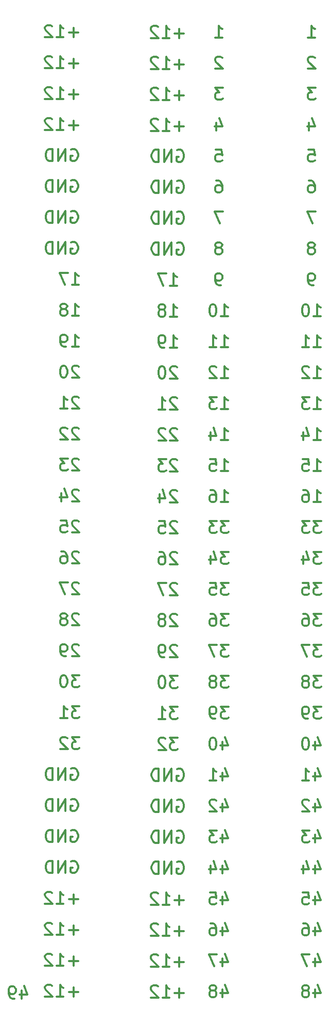
<source format=gbr>
%TF.GenerationSoftware,KiCad,Pcbnew,(5.99.0-10483-ga6ad7a4a70)*%
%TF.CreationDate,2021-07-29T00:24:03+03:00*%
%TF.ProjectId,digital_inputs,64696769-7461-46c5-9f69-6e707574732e,rev?*%
%TF.SameCoordinates,Original*%
%TF.FileFunction,Legend,Bot*%
%TF.FilePolarity,Positive*%
%FSLAX46Y46*%
G04 Gerber Fmt 4.6, Leading zero omitted, Abs format (unit mm)*
G04 Created by KiCad (PCBNEW (5.99.0-10483-ga6ad7a4a70)) date 2021-07-29 00:24:03*
%MOMM*%
%LPD*%
G01*
G04 APERTURE LIST*
%ADD10C,0.300000*%
G04 APERTURE END LIST*
D10*
X252971428Y-208571428D02*
X252971428Y-209904761D01*
X253447619Y-207809523D02*
X253923809Y-209238095D01*
X252685714Y-209238095D01*
X251828571Y-209904761D02*
X251447619Y-209904761D01*
X251257142Y-209809523D01*
X251161904Y-209714285D01*
X250971428Y-209428571D01*
X250876190Y-209047619D01*
X250876190Y-208285714D01*
X250971428Y-208095238D01*
X251066666Y-208000000D01*
X251257142Y-207904761D01*
X251638095Y-207904761D01*
X251828571Y-208000000D01*
X251923809Y-208095238D01*
X252019047Y-208285714D01*
X252019047Y-208761904D01*
X251923809Y-208952380D01*
X251828571Y-209047619D01*
X251638095Y-209142857D01*
X251257142Y-209142857D01*
X251066666Y-209047619D01*
X250971428Y-208952380D01*
X250876190Y-208761904D01*
X279696666Y-66717857D02*
X278172857Y-66717857D01*
X278934761Y-67479761D02*
X278934761Y-65955952D01*
X276172857Y-67479761D02*
X277315714Y-67479761D01*
X276744285Y-67479761D02*
X276744285Y-65479761D01*
X276934761Y-65765476D01*
X277125238Y-65955952D01*
X277315714Y-66051190D01*
X275410952Y-65670238D02*
X275315714Y-65575000D01*
X275125238Y-65479761D01*
X274649047Y-65479761D01*
X274458571Y-65575000D01*
X274363333Y-65670238D01*
X274268095Y-65860714D01*
X274268095Y-66051190D01*
X274363333Y-66336904D01*
X275506190Y-67479761D01*
X274268095Y-67479761D01*
X262393809Y-106175238D02*
X262298571Y-106080000D01*
X262108095Y-105984761D01*
X261631904Y-105984761D01*
X261441428Y-106080000D01*
X261346190Y-106175238D01*
X261250952Y-106365714D01*
X261250952Y-106556190D01*
X261346190Y-106841904D01*
X262489047Y-107984761D01*
X261250952Y-107984761D01*
X260012857Y-105984761D02*
X259822380Y-105984761D01*
X259631904Y-106080000D01*
X259536666Y-106175238D01*
X259441428Y-106365714D01*
X259346190Y-106746666D01*
X259346190Y-107222857D01*
X259441428Y-107603809D01*
X259536666Y-107794285D01*
X259631904Y-107889523D01*
X259822380Y-107984761D01*
X260012857Y-107984761D01*
X260203333Y-107889523D01*
X260298571Y-107794285D01*
X260393809Y-107603809D01*
X260489047Y-107222857D01*
X260489047Y-106746666D01*
X260393809Y-106365714D01*
X260298571Y-106175238D01*
X260203333Y-106080000D01*
X260012857Y-105984761D01*
X278553809Y-116470238D02*
X278458571Y-116375000D01*
X278268095Y-116279761D01*
X277791904Y-116279761D01*
X277601428Y-116375000D01*
X277506190Y-116470238D01*
X277410952Y-116660714D01*
X277410952Y-116851190D01*
X277506190Y-117136904D01*
X278649047Y-118279761D01*
X277410952Y-118279761D01*
X276649047Y-116470238D02*
X276553809Y-116375000D01*
X276363333Y-116279761D01*
X275887142Y-116279761D01*
X275696666Y-116375000D01*
X275601428Y-116470238D01*
X275506190Y-116660714D01*
X275506190Y-116851190D01*
X275601428Y-117136904D01*
X276744285Y-118279761D01*
X275506190Y-118279761D01*
X285971428Y-188031428D02*
X285971428Y-189364761D01*
X286447619Y-187269523D02*
X286923809Y-188698095D01*
X285685714Y-188698095D01*
X284066666Y-188031428D02*
X284066666Y-189364761D01*
X284542857Y-187269523D02*
X285019047Y-188698095D01*
X283780952Y-188698095D01*
X262266666Y-198662857D02*
X260742857Y-198662857D01*
X261504761Y-199424761D02*
X261504761Y-197900952D01*
X258742857Y-199424761D02*
X259885714Y-199424761D01*
X259314285Y-199424761D02*
X259314285Y-197424761D01*
X259504761Y-197710476D01*
X259695238Y-197900952D01*
X259885714Y-197996190D01*
X257980952Y-197615238D02*
X257885714Y-197520000D01*
X257695238Y-197424761D01*
X257219047Y-197424761D01*
X257028571Y-197520000D01*
X256933333Y-197615238D01*
X256838095Y-197805714D01*
X256838095Y-197996190D01*
X256933333Y-198281904D01*
X258076190Y-199424761D01*
X256838095Y-199424761D01*
X262393809Y-111255238D02*
X262298571Y-111160000D01*
X262108095Y-111064761D01*
X261631904Y-111064761D01*
X261441428Y-111160000D01*
X261346190Y-111255238D01*
X261250952Y-111445714D01*
X261250952Y-111636190D01*
X261346190Y-111921904D01*
X262489047Y-113064761D01*
X261250952Y-113064761D01*
X259346190Y-113064761D02*
X260489047Y-113064761D01*
X259917619Y-113064761D02*
X259917619Y-111064761D01*
X260108095Y-111350476D01*
X260298571Y-111540952D01*
X260489047Y-111636190D01*
X278553809Y-182415000D02*
X278744285Y-182319761D01*
X279030000Y-182319761D01*
X279315714Y-182415000D01*
X279506190Y-182605476D01*
X279601428Y-182795952D01*
X279696666Y-183176904D01*
X279696666Y-183462619D01*
X279601428Y-183843571D01*
X279506190Y-184034047D01*
X279315714Y-184224523D01*
X279030000Y-184319761D01*
X278839523Y-184319761D01*
X278553809Y-184224523D01*
X278458571Y-184129285D01*
X278458571Y-183462619D01*
X278839523Y-183462619D01*
X277601428Y-184319761D02*
X277601428Y-182319761D01*
X276458571Y-184319761D01*
X276458571Y-182319761D01*
X275506190Y-184319761D02*
X275506190Y-182319761D01*
X275030000Y-182319761D01*
X274744285Y-182415000D01*
X274553809Y-182605476D01*
X274458571Y-182795952D01*
X274363333Y-183176904D01*
X274363333Y-183462619D01*
X274458571Y-183843571D01*
X274553809Y-184034047D01*
X274744285Y-184224523D01*
X275030000Y-184319761D01*
X275506190Y-184319761D01*
X285780952Y-118244761D02*
X286923809Y-118244761D01*
X286352380Y-118244761D02*
X286352380Y-116244761D01*
X286542857Y-116530476D01*
X286733333Y-116720952D01*
X286923809Y-116816190D01*
X284066666Y-116911428D02*
X284066666Y-118244761D01*
X284542857Y-116149523D02*
X285019047Y-117578095D01*
X283780952Y-117578095D01*
X278553809Y-80815000D02*
X278744285Y-80719761D01*
X279030000Y-80719761D01*
X279315714Y-80815000D01*
X279506190Y-81005476D01*
X279601428Y-81195952D01*
X279696666Y-81576904D01*
X279696666Y-81862619D01*
X279601428Y-82243571D01*
X279506190Y-82434047D01*
X279315714Y-82624523D01*
X279030000Y-82719761D01*
X278839523Y-82719761D01*
X278553809Y-82624523D01*
X278458571Y-82529285D01*
X278458571Y-81862619D01*
X278839523Y-81862619D01*
X277601428Y-82719761D02*
X277601428Y-80719761D01*
X276458571Y-82719761D01*
X276458571Y-80719761D01*
X275506190Y-82719761D02*
X275506190Y-80719761D01*
X275030000Y-80719761D01*
X274744285Y-80815000D01*
X274553809Y-81005476D01*
X274458571Y-81195952D01*
X274363333Y-81576904D01*
X274363333Y-81862619D01*
X274458571Y-82243571D01*
X274553809Y-82434047D01*
X274744285Y-82624523D01*
X275030000Y-82719761D01*
X275506190Y-82719761D01*
X262489047Y-156784761D02*
X261250952Y-156784761D01*
X261917619Y-157546666D01*
X261631904Y-157546666D01*
X261441428Y-157641904D01*
X261346190Y-157737142D01*
X261250952Y-157927619D01*
X261250952Y-158403809D01*
X261346190Y-158594285D01*
X261441428Y-158689523D01*
X261631904Y-158784761D01*
X262203333Y-158784761D01*
X262393809Y-158689523D01*
X262489047Y-158594285D01*
X260012857Y-156784761D02*
X259822380Y-156784761D01*
X259631904Y-156880000D01*
X259536666Y-156975238D01*
X259441428Y-157165714D01*
X259346190Y-157546666D01*
X259346190Y-158022857D01*
X259441428Y-158403809D01*
X259536666Y-158594285D01*
X259631904Y-158689523D01*
X259822380Y-158784761D01*
X260012857Y-158784761D01*
X260203333Y-158689523D01*
X260298571Y-158594285D01*
X260393809Y-158403809D01*
X260489047Y-158022857D01*
X260489047Y-157546666D01*
X260393809Y-157165714D01*
X260298571Y-156975238D01*
X260203333Y-156880000D01*
X260012857Y-156784761D01*
X278553809Y-141870238D02*
X278458571Y-141775000D01*
X278268095Y-141679761D01*
X277791904Y-141679761D01*
X277601428Y-141775000D01*
X277506190Y-141870238D01*
X277410952Y-142060714D01*
X277410952Y-142251190D01*
X277506190Y-142536904D01*
X278649047Y-143679761D01*
X277410952Y-143679761D01*
X276744285Y-141679761D02*
X275410952Y-141679761D01*
X276268095Y-143679761D01*
X261123809Y-80680000D02*
X261314285Y-80584761D01*
X261600000Y-80584761D01*
X261885714Y-80680000D01*
X262076190Y-80870476D01*
X262171428Y-81060952D01*
X262266666Y-81441904D01*
X262266666Y-81727619D01*
X262171428Y-82108571D01*
X262076190Y-82299047D01*
X261885714Y-82489523D01*
X261600000Y-82584761D01*
X261409523Y-82584761D01*
X261123809Y-82489523D01*
X261028571Y-82394285D01*
X261028571Y-81727619D01*
X261409523Y-81727619D01*
X260171428Y-82584761D02*
X260171428Y-80584761D01*
X259028571Y-82584761D01*
X259028571Y-80584761D01*
X258076190Y-82584761D02*
X258076190Y-80584761D01*
X257600000Y-80584761D01*
X257314285Y-80680000D01*
X257123809Y-80870476D01*
X257028571Y-81060952D01*
X256933333Y-81441904D01*
X256933333Y-81727619D01*
X257028571Y-82108571D01*
X257123809Y-82299047D01*
X257314285Y-82489523D01*
X257600000Y-82584761D01*
X258076190Y-82584761D01*
X285780952Y-92844761D02*
X285400000Y-92844761D01*
X285209523Y-92749523D01*
X285114285Y-92654285D01*
X284923809Y-92368571D01*
X284828571Y-91987619D01*
X284828571Y-91225714D01*
X284923809Y-91035238D01*
X285019047Y-90940000D01*
X285209523Y-90844761D01*
X285590476Y-90844761D01*
X285780952Y-90940000D01*
X285876190Y-91035238D01*
X285971428Y-91225714D01*
X285971428Y-91701904D01*
X285876190Y-91892380D01*
X285780952Y-91987619D01*
X285590476Y-92082857D01*
X285209523Y-92082857D01*
X285019047Y-91987619D01*
X284923809Y-91892380D01*
X284828571Y-91701904D01*
X301211428Y-55475238D02*
X301116190Y-55380000D01*
X300925714Y-55284761D01*
X300449523Y-55284761D01*
X300259047Y-55380000D01*
X300163809Y-55475238D01*
X300068571Y-55665714D01*
X300068571Y-55856190D01*
X300163809Y-56141904D01*
X301306666Y-57284761D01*
X300068571Y-57284761D01*
X287019047Y-161964761D02*
X285780952Y-161964761D01*
X286447619Y-162726666D01*
X286161904Y-162726666D01*
X285971428Y-162821904D01*
X285876190Y-162917142D01*
X285780952Y-163107619D01*
X285780952Y-163583809D01*
X285876190Y-163774285D01*
X285971428Y-163869523D01*
X286161904Y-163964761D01*
X286733333Y-163964761D01*
X286923809Y-163869523D01*
X287019047Y-163774285D01*
X284828571Y-163964761D02*
X284447619Y-163964761D01*
X284257142Y-163869523D01*
X284161904Y-163774285D01*
X283971428Y-163488571D01*
X283876190Y-163107619D01*
X283876190Y-162345714D01*
X283971428Y-162155238D01*
X284066666Y-162060000D01*
X284257142Y-161964761D01*
X284638095Y-161964761D01*
X284828571Y-162060000D01*
X284923809Y-162155238D01*
X285019047Y-162345714D01*
X285019047Y-162821904D01*
X284923809Y-163012380D01*
X284828571Y-163107619D01*
X284638095Y-163202857D01*
X284257142Y-163202857D01*
X284066666Y-163107619D01*
X283971428Y-163012380D01*
X283876190Y-162821904D01*
X300259047Y-66111428D02*
X300259047Y-67444761D01*
X300735238Y-65349523D02*
X301211428Y-66778095D01*
X299973333Y-66778095D01*
X302259047Y-146724761D02*
X301020952Y-146724761D01*
X301687619Y-147486666D01*
X301401904Y-147486666D01*
X301211428Y-147581904D01*
X301116190Y-147677142D01*
X301020952Y-147867619D01*
X301020952Y-148343809D01*
X301116190Y-148534285D01*
X301211428Y-148629523D01*
X301401904Y-148724761D01*
X301973333Y-148724761D01*
X302163809Y-148629523D01*
X302259047Y-148534285D01*
X299306666Y-146724761D02*
X299687619Y-146724761D01*
X299878095Y-146820000D01*
X299973333Y-146915238D01*
X300163809Y-147200952D01*
X300259047Y-147581904D01*
X300259047Y-148343809D01*
X300163809Y-148534285D01*
X300068571Y-148629523D01*
X299878095Y-148724761D01*
X299497142Y-148724761D01*
X299306666Y-148629523D01*
X299211428Y-148534285D01*
X299116190Y-148343809D01*
X299116190Y-147867619D01*
X299211428Y-147677142D01*
X299306666Y-147581904D01*
X299497142Y-147486666D01*
X299878095Y-147486666D01*
X300068571Y-147581904D01*
X300163809Y-147677142D01*
X300259047Y-147867619D01*
X287019047Y-136564761D02*
X285780952Y-136564761D01*
X286447619Y-137326666D01*
X286161904Y-137326666D01*
X285971428Y-137421904D01*
X285876190Y-137517142D01*
X285780952Y-137707619D01*
X285780952Y-138183809D01*
X285876190Y-138374285D01*
X285971428Y-138469523D01*
X286161904Y-138564761D01*
X286733333Y-138564761D01*
X286923809Y-138469523D01*
X287019047Y-138374285D01*
X284066666Y-137231428D02*
X284066666Y-138564761D01*
X284542857Y-136469523D02*
X285019047Y-137898095D01*
X283780952Y-137898095D01*
X278649047Y-167079761D02*
X277410952Y-167079761D01*
X278077619Y-167841666D01*
X277791904Y-167841666D01*
X277601428Y-167936904D01*
X277506190Y-168032142D01*
X277410952Y-168222619D01*
X277410952Y-168698809D01*
X277506190Y-168889285D01*
X277601428Y-168984523D01*
X277791904Y-169079761D01*
X278363333Y-169079761D01*
X278553809Y-168984523D01*
X278649047Y-168889285D01*
X276649047Y-167270238D02*
X276553809Y-167175000D01*
X276363333Y-167079761D01*
X275887142Y-167079761D01*
X275696666Y-167175000D01*
X275601428Y-167270238D01*
X275506190Y-167460714D01*
X275506190Y-167651190D01*
X275601428Y-167936904D01*
X276744285Y-169079761D01*
X275506190Y-169079761D01*
X261250952Y-102904761D02*
X262393809Y-102904761D01*
X261822380Y-102904761D02*
X261822380Y-100904761D01*
X262012857Y-101190476D01*
X262203333Y-101380952D01*
X262393809Y-101476190D01*
X260298571Y-102904761D02*
X259917619Y-102904761D01*
X259727142Y-102809523D01*
X259631904Y-102714285D01*
X259441428Y-102428571D01*
X259346190Y-102047619D01*
X259346190Y-101285714D01*
X259441428Y-101095238D01*
X259536666Y-101000000D01*
X259727142Y-100904761D01*
X260108095Y-100904761D01*
X260298571Y-101000000D01*
X260393809Y-101095238D01*
X260489047Y-101285714D01*
X260489047Y-101761904D01*
X260393809Y-101952380D01*
X260298571Y-102047619D01*
X260108095Y-102142857D01*
X259727142Y-102142857D01*
X259536666Y-102047619D01*
X259441428Y-101952380D01*
X259346190Y-101761904D01*
X262266666Y-56422857D02*
X260742857Y-56422857D01*
X261504761Y-57184761D02*
X261504761Y-55660952D01*
X258742857Y-57184761D02*
X259885714Y-57184761D01*
X259314285Y-57184761D02*
X259314285Y-55184761D01*
X259504761Y-55470476D01*
X259695238Y-55660952D01*
X259885714Y-55756190D01*
X257980952Y-55375238D02*
X257885714Y-55280000D01*
X257695238Y-55184761D01*
X257219047Y-55184761D01*
X257028571Y-55280000D01*
X256933333Y-55375238D01*
X256838095Y-55565714D01*
X256838095Y-55756190D01*
X256933333Y-56041904D01*
X258076190Y-57184761D01*
X256838095Y-57184761D01*
X279696666Y-56557857D02*
X278172857Y-56557857D01*
X278934761Y-57319761D02*
X278934761Y-55795952D01*
X276172857Y-57319761D02*
X277315714Y-57319761D01*
X276744285Y-57319761D02*
X276744285Y-55319761D01*
X276934761Y-55605476D01*
X277125238Y-55795952D01*
X277315714Y-55891190D01*
X275410952Y-55510238D02*
X275315714Y-55415000D01*
X275125238Y-55319761D01*
X274649047Y-55319761D01*
X274458571Y-55415000D01*
X274363333Y-55510238D01*
X274268095Y-55700714D01*
X274268095Y-55891190D01*
X274363333Y-56176904D01*
X275506190Y-57319761D01*
X274268095Y-57319761D01*
X279696666Y-198797857D02*
X278172857Y-198797857D01*
X278934761Y-199559761D02*
X278934761Y-198035952D01*
X276172857Y-199559761D02*
X277315714Y-199559761D01*
X276744285Y-199559761D02*
X276744285Y-197559761D01*
X276934761Y-197845476D01*
X277125238Y-198035952D01*
X277315714Y-198131190D01*
X275410952Y-197750238D02*
X275315714Y-197655000D01*
X275125238Y-197559761D01*
X274649047Y-197559761D01*
X274458571Y-197655000D01*
X274363333Y-197750238D01*
X274268095Y-197940714D01*
X274268095Y-198131190D01*
X274363333Y-198416904D01*
X275506190Y-199559761D01*
X274268095Y-199559761D01*
X285971428Y-55475238D02*
X285876190Y-55380000D01*
X285685714Y-55284761D01*
X285209523Y-55284761D01*
X285019047Y-55380000D01*
X284923809Y-55475238D01*
X284828571Y-55665714D01*
X284828571Y-55856190D01*
X284923809Y-56141904D01*
X286066666Y-57284761D01*
X284828571Y-57284761D01*
X301211428Y-198191428D02*
X301211428Y-199524761D01*
X301687619Y-197429523D02*
X302163809Y-198858095D01*
X300925714Y-198858095D01*
X299306666Y-197524761D02*
X299687619Y-197524761D01*
X299878095Y-197620000D01*
X299973333Y-197715238D01*
X300163809Y-198000952D01*
X300259047Y-198381904D01*
X300259047Y-199143809D01*
X300163809Y-199334285D01*
X300068571Y-199429523D01*
X299878095Y-199524761D01*
X299497142Y-199524761D01*
X299306666Y-199429523D01*
X299211428Y-199334285D01*
X299116190Y-199143809D01*
X299116190Y-198667619D01*
X299211428Y-198477142D01*
X299306666Y-198381904D01*
X299497142Y-198286666D01*
X299878095Y-198286666D01*
X300068571Y-198381904D01*
X300163809Y-198477142D01*
X300259047Y-198667619D01*
X286066666Y-80684761D02*
X284733333Y-80684761D01*
X285590476Y-82684761D01*
X262489047Y-166944761D02*
X261250952Y-166944761D01*
X261917619Y-167706666D01*
X261631904Y-167706666D01*
X261441428Y-167801904D01*
X261346190Y-167897142D01*
X261250952Y-168087619D01*
X261250952Y-168563809D01*
X261346190Y-168754285D01*
X261441428Y-168849523D01*
X261631904Y-168944761D01*
X262203333Y-168944761D01*
X262393809Y-168849523D01*
X262489047Y-168754285D01*
X260489047Y-167135238D02*
X260393809Y-167040000D01*
X260203333Y-166944761D01*
X259727142Y-166944761D01*
X259536666Y-167040000D01*
X259441428Y-167135238D01*
X259346190Y-167325714D01*
X259346190Y-167516190D01*
X259441428Y-167801904D01*
X260584285Y-168944761D01*
X259346190Y-168944761D01*
X261123809Y-182280000D02*
X261314285Y-182184761D01*
X261600000Y-182184761D01*
X261885714Y-182280000D01*
X262076190Y-182470476D01*
X262171428Y-182660952D01*
X262266666Y-183041904D01*
X262266666Y-183327619D01*
X262171428Y-183708571D01*
X262076190Y-183899047D01*
X261885714Y-184089523D01*
X261600000Y-184184761D01*
X261409523Y-184184761D01*
X261123809Y-184089523D01*
X261028571Y-183994285D01*
X261028571Y-183327619D01*
X261409523Y-183327619D01*
X260171428Y-184184761D02*
X260171428Y-182184761D01*
X259028571Y-184184761D01*
X259028571Y-182184761D01*
X258076190Y-184184761D02*
X258076190Y-182184761D01*
X257600000Y-182184761D01*
X257314285Y-182280000D01*
X257123809Y-182470476D01*
X257028571Y-182660952D01*
X256933333Y-183041904D01*
X256933333Y-183327619D01*
X257028571Y-183708571D01*
X257123809Y-183899047D01*
X257314285Y-184089523D01*
X257600000Y-184184761D01*
X258076190Y-184184761D01*
X262393809Y-141735238D02*
X262298571Y-141640000D01*
X262108095Y-141544761D01*
X261631904Y-141544761D01*
X261441428Y-141640000D01*
X261346190Y-141735238D01*
X261250952Y-141925714D01*
X261250952Y-142116190D01*
X261346190Y-142401904D01*
X262489047Y-143544761D01*
X261250952Y-143544761D01*
X260584285Y-141544761D02*
X259250952Y-141544761D01*
X260108095Y-143544761D01*
X301020952Y-97924761D02*
X302163809Y-97924761D01*
X301592380Y-97924761D02*
X301592380Y-95924761D01*
X301782857Y-96210476D01*
X301973333Y-96400952D01*
X302163809Y-96496190D01*
X299782857Y-95924761D02*
X299592380Y-95924761D01*
X299401904Y-96020000D01*
X299306666Y-96115238D01*
X299211428Y-96305714D01*
X299116190Y-96686666D01*
X299116190Y-97162857D01*
X299211428Y-97543809D01*
X299306666Y-97734285D01*
X299401904Y-97829523D01*
X299592380Y-97924761D01*
X299782857Y-97924761D01*
X299973333Y-97829523D01*
X300068571Y-97734285D01*
X300163809Y-97543809D01*
X300259047Y-97162857D01*
X300259047Y-96686666D01*
X300163809Y-96305714D01*
X300068571Y-96115238D01*
X299973333Y-96020000D01*
X299782857Y-95924761D01*
X279696666Y-51477857D02*
X278172857Y-51477857D01*
X278934761Y-52239761D02*
X278934761Y-50715952D01*
X276172857Y-52239761D02*
X277315714Y-52239761D01*
X276744285Y-52239761D02*
X276744285Y-50239761D01*
X276934761Y-50525476D01*
X277125238Y-50715952D01*
X277315714Y-50811190D01*
X275410952Y-50430238D02*
X275315714Y-50335000D01*
X275125238Y-50239761D01*
X274649047Y-50239761D01*
X274458571Y-50335000D01*
X274363333Y-50430238D01*
X274268095Y-50620714D01*
X274268095Y-50811190D01*
X274363333Y-51096904D01*
X275506190Y-52239761D01*
X274268095Y-52239761D01*
X301020952Y-118244761D02*
X302163809Y-118244761D01*
X301592380Y-118244761D02*
X301592380Y-116244761D01*
X301782857Y-116530476D01*
X301973333Y-116720952D01*
X302163809Y-116816190D01*
X299306666Y-116911428D02*
X299306666Y-118244761D01*
X299782857Y-116149523D02*
X300259047Y-117578095D01*
X299020952Y-117578095D01*
X277410952Y-92879761D02*
X278553809Y-92879761D01*
X277982380Y-92879761D02*
X277982380Y-90879761D01*
X278172857Y-91165476D01*
X278363333Y-91355952D01*
X278553809Y-91451190D01*
X276744285Y-90879761D02*
X275410952Y-90879761D01*
X276268095Y-92879761D01*
X285780952Y-103004761D02*
X286923809Y-103004761D01*
X286352380Y-103004761D02*
X286352380Y-101004761D01*
X286542857Y-101290476D01*
X286733333Y-101480952D01*
X286923809Y-101576190D01*
X283876190Y-103004761D02*
X285019047Y-103004761D01*
X284447619Y-103004761D02*
X284447619Y-101004761D01*
X284638095Y-101290476D01*
X284828571Y-101480952D01*
X285019047Y-101576190D01*
X278649047Y-161999761D02*
X277410952Y-161999761D01*
X278077619Y-162761666D01*
X277791904Y-162761666D01*
X277601428Y-162856904D01*
X277506190Y-162952142D01*
X277410952Y-163142619D01*
X277410952Y-163618809D01*
X277506190Y-163809285D01*
X277601428Y-163904523D01*
X277791904Y-163999761D01*
X278363333Y-163999761D01*
X278553809Y-163904523D01*
X278649047Y-163809285D01*
X275506190Y-163999761D02*
X276649047Y-163999761D01*
X276077619Y-163999761D02*
X276077619Y-161999761D01*
X276268095Y-162285476D01*
X276458571Y-162475952D01*
X276649047Y-162571190D01*
X262393809Y-136655238D02*
X262298571Y-136560000D01*
X262108095Y-136464761D01*
X261631904Y-136464761D01*
X261441428Y-136560000D01*
X261346190Y-136655238D01*
X261250952Y-136845714D01*
X261250952Y-137036190D01*
X261346190Y-137321904D01*
X262489047Y-138464761D01*
X261250952Y-138464761D01*
X259536666Y-136464761D02*
X259917619Y-136464761D01*
X260108095Y-136560000D01*
X260203333Y-136655238D01*
X260393809Y-136940952D01*
X260489047Y-137321904D01*
X260489047Y-138083809D01*
X260393809Y-138274285D01*
X260298571Y-138369523D01*
X260108095Y-138464761D01*
X259727142Y-138464761D01*
X259536666Y-138369523D01*
X259441428Y-138274285D01*
X259346190Y-138083809D01*
X259346190Y-137607619D01*
X259441428Y-137417142D01*
X259536666Y-137321904D01*
X259727142Y-137226666D01*
X260108095Y-137226666D01*
X260298571Y-137321904D01*
X260393809Y-137417142D01*
X260489047Y-137607619D01*
X301306666Y-60364761D02*
X300068571Y-60364761D01*
X300735238Y-61126666D01*
X300449523Y-61126666D01*
X300259047Y-61221904D01*
X300163809Y-61317142D01*
X300068571Y-61507619D01*
X300068571Y-61983809D01*
X300163809Y-62174285D01*
X300259047Y-62269523D01*
X300449523Y-62364761D01*
X301020952Y-62364761D01*
X301211428Y-62269523D01*
X301306666Y-62174285D01*
X287019047Y-151804761D02*
X285780952Y-151804761D01*
X286447619Y-152566666D01*
X286161904Y-152566666D01*
X285971428Y-152661904D01*
X285876190Y-152757142D01*
X285780952Y-152947619D01*
X285780952Y-153423809D01*
X285876190Y-153614285D01*
X285971428Y-153709523D01*
X286161904Y-153804761D01*
X286733333Y-153804761D01*
X286923809Y-153709523D01*
X287019047Y-153614285D01*
X285114285Y-151804761D02*
X283780952Y-151804761D01*
X284638095Y-153804761D01*
X285019047Y-75604761D02*
X285400000Y-75604761D01*
X285590476Y-75700000D01*
X285685714Y-75795238D01*
X285876190Y-76080952D01*
X285971428Y-76461904D01*
X285971428Y-77223809D01*
X285876190Y-77414285D01*
X285780952Y-77509523D01*
X285590476Y-77604761D01*
X285209523Y-77604761D01*
X285019047Y-77509523D01*
X284923809Y-77414285D01*
X284828571Y-77223809D01*
X284828571Y-76747619D01*
X284923809Y-76557142D01*
X285019047Y-76461904D01*
X285209523Y-76366666D01*
X285590476Y-76366666D01*
X285780952Y-76461904D01*
X285876190Y-76557142D01*
X285971428Y-76747619D01*
X261123809Y-177200000D02*
X261314285Y-177104761D01*
X261600000Y-177104761D01*
X261885714Y-177200000D01*
X262076190Y-177390476D01*
X262171428Y-177580952D01*
X262266666Y-177961904D01*
X262266666Y-178247619D01*
X262171428Y-178628571D01*
X262076190Y-178819047D01*
X261885714Y-179009523D01*
X261600000Y-179104761D01*
X261409523Y-179104761D01*
X261123809Y-179009523D01*
X261028571Y-178914285D01*
X261028571Y-178247619D01*
X261409523Y-178247619D01*
X260171428Y-179104761D02*
X260171428Y-177104761D01*
X259028571Y-179104761D01*
X259028571Y-177104761D01*
X258076190Y-179104761D02*
X258076190Y-177104761D01*
X257600000Y-177104761D01*
X257314285Y-177200000D01*
X257123809Y-177390476D01*
X257028571Y-177580952D01*
X256933333Y-177961904D01*
X256933333Y-178247619D01*
X257028571Y-178628571D01*
X257123809Y-178819047D01*
X257314285Y-179009523D01*
X257600000Y-179104761D01*
X258076190Y-179104761D01*
X302259047Y-151804761D02*
X301020952Y-151804761D01*
X301687619Y-152566666D01*
X301401904Y-152566666D01*
X301211428Y-152661904D01*
X301116190Y-152757142D01*
X301020952Y-152947619D01*
X301020952Y-153423809D01*
X301116190Y-153614285D01*
X301211428Y-153709523D01*
X301401904Y-153804761D01*
X301973333Y-153804761D01*
X302163809Y-153709523D01*
X302259047Y-153614285D01*
X300354285Y-151804761D02*
X299020952Y-151804761D01*
X299878095Y-153804761D01*
X261123809Y-85760000D02*
X261314285Y-85664761D01*
X261600000Y-85664761D01*
X261885714Y-85760000D01*
X262076190Y-85950476D01*
X262171428Y-86140952D01*
X262266666Y-86521904D01*
X262266666Y-86807619D01*
X262171428Y-87188571D01*
X262076190Y-87379047D01*
X261885714Y-87569523D01*
X261600000Y-87664761D01*
X261409523Y-87664761D01*
X261123809Y-87569523D01*
X261028571Y-87474285D01*
X261028571Y-86807619D01*
X261409523Y-86807619D01*
X260171428Y-87664761D02*
X260171428Y-85664761D01*
X259028571Y-87664761D01*
X259028571Y-85664761D01*
X258076190Y-87664761D02*
X258076190Y-85664761D01*
X257600000Y-85664761D01*
X257314285Y-85760000D01*
X257123809Y-85950476D01*
X257028571Y-86140952D01*
X256933333Y-86521904D01*
X256933333Y-86807619D01*
X257028571Y-87188571D01*
X257123809Y-87379047D01*
X257314285Y-87569523D01*
X257600000Y-87664761D01*
X258076190Y-87664761D01*
X279696666Y-193717857D02*
X278172857Y-193717857D01*
X278934761Y-194479761D02*
X278934761Y-192955952D01*
X276172857Y-194479761D02*
X277315714Y-194479761D01*
X276744285Y-194479761D02*
X276744285Y-192479761D01*
X276934761Y-192765476D01*
X277125238Y-192955952D01*
X277315714Y-193051190D01*
X275410952Y-192670238D02*
X275315714Y-192575000D01*
X275125238Y-192479761D01*
X274649047Y-192479761D01*
X274458571Y-192575000D01*
X274363333Y-192670238D01*
X274268095Y-192860714D01*
X274268095Y-193051190D01*
X274363333Y-193336904D01*
X275506190Y-194479761D01*
X274268095Y-194479761D01*
X301211428Y-208351428D02*
X301211428Y-209684761D01*
X301687619Y-207589523D02*
X302163809Y-209018095D01*
X300925714Y-209018095D01*
X299878095Y-208541904D02*
X300068571Y-208446666D01*
X300163809Y-208351428D01*
X300259047Y-208160952D01*
X300259047Y-208065714D01*
X300163809Y-207875238D01*
X300068571Y-207780000D01*
X299878095Y-207684761D01*
X299497142Y-207684761D01*
X299306666Y-207780000D01*
X299211428Y-207875238D01*
X299116190Y-208065714D01*
X299116190Y-208160952D01*
X299211428Y-208351428D01*
X299306666Y-208446666D01*
X299497142Y-208541904D01*
X299878095Y-208541904D01*
X300068571Y-208637142D01*
X300163809Y-208732380D01*
X300259047Y-208922857D01*
X300259047Y-209303809D01*
X300163809Y-209494285D01*
X300068571Y-209589523D01*
X299878095Y-209684761D01*
X299497142Y-209684761D01*
X299306666Y-209589523D01*
X299211428Y-209494285D01*
X299116190Y-209303809D01*
X299116190Y-208922857D01*
X299211428Y-208732380D01*
X299306666Y-208637142D01*
X299497142Y-208541904D01*
X278553809Y-136790238D02*
X278458571Y-136695000D01*
X278268095Y-136599761D01*
X277791904Y-136599761D01*
X277601428Y-136695000D01*
X277506190Y-136790238D01*
X277410952Y-136980714D01*
X277410952Y-137171190D01*
X277506190Y-137456904D01*
X278649047Y-138599761D01*
X277410952Y-138599761D01*
X275696666Y-136599761D02*
X276077619Y-136599761D01*
X276268095Y-136695000D01*
X276363333Y-136790238D01*
X276553809Y-137075952D01*
X276649047Y-137456904D01*
X276649047Y-138218809D01*
X276553809Y-138409285D01*
X276458571Y-138504523D01*
X276268095Y-138599761D01*
X275887142Y-138599761D01*
X275696666Y-138504523D01*
X275601428Y-138409285D01*
X275506190Y-138218809D01*
X275506190Y-137742619D01*
X275601428Y-137552142D01*
X275696666Y-137456904D01*
X275887142Y-137361666D01*
X276268095Y-137361666D01*
X276458571Y-137456904D01*
X276553809Y-137552142D01*
X276649047Y-137742619D01*
X301020952Y-92844761D02*
X300640000Y-92844761D01*
X300449523Y-92749523D01*
X300354285Y-92654285D01*
X300163809Y-92368571D01*
X300068571Y-91987619D01*
X300068571Y-91225714D01*
X300163809Y-91035238D01*
X300259047Y-90940000D01*
X300449523Y-90844761D01*
X300830476Y-90844761D01*
X301020952Y-90940000D01*
X301116190Y-91035238D01*
X301211428Y-91225714D01*
X301211428Y-91701904D01*
X301116190Y-91892380D01*
X301020952Y-91987619D01*
X300830476Y-92082857D01*
X300449523Y-92082857D01*
X300259047Y-91987619D01*
X300163809Y-91892380D01*
X300068571Y-91701904D01*
X262393809Y-146815238D02*
X262298571Y-146720000D01*
X262108095Y-146624761D01*
X261631904Y-146624761D01*
X261441428Y-146720000D01*
X261346190Y-146815238D01*
X261250952Y-147005714D01*
X261250952Y-147196190D01*
X261346190Y-147481904D01*
X262489047Y-148624761D01*
X261250952Y-148624761D01*
X260108095Y-147481904D02*
X260298571Y-147386666D01*
X260393809Y-147291428D01*
X260489047Y-147100952D01*
X260489047Y-147005714D01*
X260393809Y-146815238D01*
X260298571Y-146720000D01*
X260108095Y-146624761D01*
X259727142Y-146624761D01*
X259536666Y-146720000D01*
X259441428Y-146815238D01*
X259346190Y-147005714D01*
X259346190Y-147100952D01*
X259441428Y-147291428D01*
X259536666Y-147386666D01*
X259727142Y-147481904D01*
X260108095Y-147481904D01*
X260298571Y-147577142D01*
X260393809Y-147672380D01*
X260489047Y-147862857D01*
X260489047Y-148243809D01*
X260393809Y-148434285D01*
X260298571Y-148529523D01*
X260108095Y-148624761D01*
X259727142Y-148624761D01*
X259536666Y-148529523D01*
X259441428Y-148434285D01*
X259346190Y-148243809D01*
X259346190Y-147862857D01*
X259441428Y-147672380D01*
X259536666Y-147577142D01*
X259727142Y-147481904D01*
X285971428Y-198191428D02*
X285971428Y-199524761D01*
X286447619Y-197429523D02*
X286923809Y-198858095D01*
X285685714Y-198858095D01*
X284066666Y-197524761D02*
X284447619Y-197524761D01*
X284638095Y-197620000D01*
X284733333Y-197715238D01*
X284923809Y-198000952D01*
X285019047Y-198381904D01*
X285019047Y-199143809D01*
X284923809Y-199334285D01*
X284828571Y-199429523D01*
X284638095Y-199524761D01*
X284257142Y-199524761D01*
X284066666Y-199429523D01*
X283971428Y-199334285D01*
X283876190Y-199143809D01*
X283876190Y-198667619D01*
X283971428Y-198477142D01*
X284066666Y-198381904D01*
X284257142Y-198286666D01*
X284638095Y-198286666D01*
X284828571Y-198381904D01*
X284923809Y-198477142D01*
X285019047Y-198667619D01*
X262266666Y-51342857D02*
X260742857Y-51342857D01*
X261504761Y-52104761D02*
X261504761Y-50580952D01*
X258742857Y-52104761D02*
X259885714Y-52104761D01*
X259314285Y-52104761D02*
X259314285Y-50104761D01*
X259504761Y-50390476D01*
X259695238Y-50580952D01*
X259885714Y-50676190D01*
X257980952Y-50295238D02*
X257885714Y-50200000D01*
X257695238Y-50104761D01*
X257219047Y-50104761D01*
X257028571Y-50200000D01*
X256933333Y-50295238D01*
X256838095Y-50485714D01*
X256838095Y-50676190D01*
X256933333Y-50961904D01*
X258076190Y-52104761D01*
X256838095Y-52104761D01*
X279696666Y-203877857D02*
X278172857Y-203877857D01*
X278934761Y-204639761D02*
X278934761Y-203115952D01*
X276172857Y-204639761D02*
X277315714Y-204639761D01*
X276744285Y-204639761D02*
X276744285Y-202639761D01*
X276934761Y-202925476D01*
X277125238Y-203115952D01*
X277315714Y-203211190D01*
X275410952Y-202830238D02*
X275315714Y-202735000D01*
X275125238Y-202639761D01*
X274649047Y-202639761D01*
X274458571Y-202735000D01*
X274363333Y-202830238D01*
X274268095Y-203020714D01*
X274268095Y-203211190D01*
X274363333Y-203496904D01*
X275506190Y-204639761D01*
X274268095Y-204639761D01*
X261250952Y-97824761D02*
X262393809Y-97824761D01*
X261822380Y-97824761D02*
X261822380Y-95824761D01*
X262012857Y-96110476D01*
X262203333Y-96300952D01*
X262393809Y-96396190D01*
X260108095Y-96681904D02*
X260298571Y-96586666D01*
X260393809Y-96491428D01*
X260489047Y-96300952D01*
X260489047Y-96205714D01*
X260393809Y-96015238D01*
X260298571Y-95920000D01*
X260108095Y-95824761D01*
X259727142Y-95824761D01*
X259536666Y-95920000D01*
X259441428Y-96015238D01*
X259346190Y-96205714D01*
X259346190Y-96300952D01*
X259441428Y-96491428D01*
X259536666Y-96586666D01*
X259727142Y-96681904D01*
X260108095Y-96681904D01*
X260298571Y-96777142D01*
X260393809Y-96872380D01*
X260489047Y-97062857D01*
X260489047Y-97443809D01*
X260393809Y-97634285D01*
X260298571Y-97729523D01*
X260108095Y-97824761D01*
X259727142Y-97824761D01*
X259536666Y-97729523D01*
X259441428Y-97634285D01*
X259346190Y-97443809D01*
X259346190Y-97062857D01*
X259441428Y-96872380D01*
X259536666Y-96777142D01*
X259727142Y-96681904D01*
X278649047Y-156919761D02*
X277410952Y-156919761D01*
X278077619Y-157681666D01*
X277791904Y-157681666D01*
X277601428Y-157776904D01*
X277506190Y-157872142D01*
X277410952Y-158062619D01*
X277410952Y-158538809D01*
X277506190Y-158729285D01*
X277601428Y-158824523D01*
X277791904Y-158919761D01*
X278363333Y-158919761D01*
X278553809Y-158824523D01*
X278649047Y-158729285D01*
X276172857Y-156919761D02*
X275982380Y-156919761D01*
X275791904Y-157015000D01*
X275696666Y-157110238D01*
X275601428Y-157300714D01*
X275506190Y-157681666D01*
X275506190Y-158157857D01*
X275601428Y-158538809D01*
X275696666Y-158729285D01*
X275791904Y-158824523D01*
X275982380Y-158919761D01*
X276172857Y-158919761D01*
X276363333Y-158824523D01*
X276458571Y-158729285D01*
X276553809Y-158538809D01*
X276649047Y-158157857D01*
X276649047Y-157681666D01*
X276553809Y-157300714D01*
X276458571Y-157110238D01*
X276363333Y-157015000D01*
X276172857Y-156919761D01*
X300259047Y-75604761D02*
X300640000Y-75604761D01*
X300830476Y-75700000D01*
X300925714Y-75795238D01*
X301116190Y-76080952D01*
X301211428Y-76461904D01*
X301211428Y-77223809D01*
X301116190Y-77414285D01*
X301020952Y-77509523D01*
X300830476Y-77604761D01*
X300449523Y-77604761D01*
X300259047Y-77509523D01*
X300163809Y-77414285D01*
X300068571Y-77223809D01*
X300068571Y-76747619D01*
X300163809Y-76557142D01*
X300259047Y-76461904D01*
X300449523Y-76366666D01*
X300830476Y-76366666D01*
X301020952Y-76461904D01*
X301116190Y-76557142D01*
X301211428Y-76747619D01*
X262266666Y-208822857D02*
X260742857Y-208822857D01*
X261504761Y-209584761D02*
X261504761Y-208060952D01*
X258742857Y-209584761D02*
X259885714Y-209584761D01*
X259314285Y-209584761D02*
X259314285Y-207584761D01*
X259504761Y-207870476D01*
X259695238Y-208060952D01*
X259885714Y-208156190D01*
X257980952Y-207775238D02*
X257885714Y-207680000D01*
X257695238Y-207584761D01*
X257219047Y-207584761D01*
X257028571Y-207680000D01*
X256933333Y-207775238D01*
X256838095Y-207965714D01*
X256838095Y-208156190D01*
X256933333Y-208441904D01*
X258076190Y-209584761D01*
X256838095Y-209584761D01*
X285780952Y-128404761D02*
X286923809Y-128404761D01*
X286352380Y-128404761D02*
X286352380Y-126404761D01*
X286542857Y-126690476D01*
X286733333Y-126880952D01*
X286923809Y-126976190D01*
X284066666Y-126404761D02*
X284447619Y-126404761D01*
X284638095Y-126500000D01*
X284733333Y-126595238D01*
X284923809Y-126880952D01*
X285019047Y-127261904D01*
X285019047Y-128023809D01*
X284923809Y-128214285D01*
X284828571Y-128309523D01*
X284638095Y-128404761D01*
X284257142Y-128404761D01*
X284066666Y-128309523D01*
X283971428Y-128214285D01*
X283876190Y-128023809D01*
X283876190Y-127547619D01*
X283971428Y-127357142D01*
X284066666Y-127261904D01*
X284257142Y-127166666D01*
X284638095Y-127166666D01*
X284828571Y-127261904D01*
X284923809Y-127357142D01*
X285019047Y-127547619D01*
X301020952Y-128404761D02*
X302163809Y-128404761D01*
X301592380Y-128404761D02*
X301592380Y-126404761D01*
X301782857Y-126690476D01*
X301973333Y-126880952D01*
X302163809Y-126976190D01*
X299306666Y-126404761D02*
X299687619Y-126404761D01*
X299878095Y-126500000D01*
X299973333Y-126595238D01*
X300163809Y-126880952D01*
X300259047Y-127261904D01*
X300259047Y-128023809D01*
X300163809Y-128214285D01*
X300068571Y-128309523D01*
X299878095Y-128404761D01*
X299497142Y-128404761D01*
X299306666Y-128309523D01*
X299211428Y-128214285D01*
X299116190Y-128023809D01*
X299116190Y-127547619D01*
X299211428Y-127357142D01*
X299306666Y-127261904D01*
X299497142Y-127166666D01*
X299878095Y-127166666D01*
X300068571Y-127261904D01*
X300163809Y-127357142D01*
X300259047Y-127547619D01*
X301020952Y-108084761D02*
X302163809Y-108084761D01*
X301592380Y-108084761D02*
X301592380Y-106084761D01*
X301782857Y-106370476D01*
X301973333Y-106560952D01*
X302163809Y-106656190D01*
X300259047Y-106275238D02*
X300163809Y-106180000D01*
X299973333Y-106084761D01*
X299497142Y-106084761D01*
X299306666Y-106180000D01*
X299211428Y-106275238D01*
X299116190Y-106465714D01*
X299116190Y-106656190D01*
X299211428Y-106941904D01*
X300354285Y-108084761D01*
X299116190Y-108084761D01*
X287019047Y-146724761D02*
X285780952Y-146724761D01*
X286447619Y-147486666D01*
X286161904Y-147486666D01*
X285971428Y-147581904D01*
X285876190Y-147677142D01*
X285780952Y-147867619D01*
X285780952Y-148343809D01*
X285876190Y-148534285D01*
X285971428Y-148629523D01*
X286161904Y-148724761D01*
X286733333Y-148724761D01*
X286923809Y-148629523D01*
X287019047Y-148534285D01*
X284066666Y-146724761D02*
X284447619Y-146724761D01*
X284638095Y-146820000D01*
X284733333Y-146915238D01*
X284923809Y-147200952D01*
X285019047Y-147581904D01*
X285019047Y-148343809D01*
X284923809Y-148534285D01*
X284828571Y-148629523D01*
X284638095Y-148724761D01*
X284257142Y-148724761D01*
X284066666Y-148629523D01*
X283971428Y-148534285D01*
X283876190Y-148343809D01*
X283876190Y-147867619D01*
X283971428Y-147677142D01*
X284066666Y-147581904D01*
X284257142Y-147486666D01*
X284638095Y-147486666D01*
X284828571Y-147581904D01*
X284923809Y-147677142D01*
X285019047Y-147867619D01*
X286066666Y-60364761D02*
X284828571Y-60364761D01*
X285495238Y-61126666D01*
X285209523Y-61126666D01*
X285019047Y-61221904D01*
X284923809Y-61317142D01*
X284828571Y-61507619D01*
X284828571Y-61983809D01*
X284923809Y-62174285D01*
X285019047Y-62269523D01*
X285209523Y-62364761D01*
X285780952Y-62364761D01*
X285971428Y-62269523D01*
X286066666Y-62174285D01*
X301020952Y-113164761D02*
X302163809Y-113164761D01*
X301592380Y-113164761D02*
X301592380Y-111164761D01*
X301782857Y-111450476D01*
X301973333Y-111640952D01*
X302163809Y-111736190D01*
X300354285Y-111164761D02*
X299116190Y-111164761D01*
X299782857Y-111926666D01*
X299497142Y-111926666D01*
X299306666Y-112021904D01*
X299211428Y-112117142D01*
X299116190Y-112307619D01*
X299116190Y-112783809D01*
X299211428Y-112974285D01*
X299306666Y-113069523D01*
X299497142Y-113164761D01*
X300068571Y-113164761D01*
X300259047Y-113069523D01*
X300354285Y-112974285D01*
X285971428Y-208351428D02*
X285971428Y-209684761D01*
X286447619Y-207589523D02*
X286923809Y-209018095D01*
X285685714Y-209018095D01*
X284638095Y-208541904D02*
X284828571Y-208446666D01*
X284923809Y-208351428D01*
X285019047Y-208160952D01*
X285019047Y-208065714D01*
X284923809Y-207875238D01*
X284828571Y-207780000D01*
X284638095Y-207684761D01*
X284257142Y-207684761D01*
X284066666Y-207780000D01*
X283971428Y-207875238D01*
X283876190Y-208065714D01*
X283876190Y-208160952D01*
X283971428Y-208351428D01*
X284066666Y-208446666D01*
X284257142Y-208541904D01*
X284638095Y-208541904D01*
X284828571Y-208637142D01*
X284923809Y-208732380D01*
X285019047Y-208922857D01*
X285019047Y-209303809D01*
X284923809Y-209494285D01*
X284828571Y-209589523D01*
X284638095Y-209684761D01*
X284257142Y-209684761D01*
X284066666Y-209589523D01*
X283971428Y-209494285D01*
X283876190Y-209303809D01*
X283876190Y-208922857D01*
X283971428Y-208732380D01*
X284066666Y-208637142D01*
X284257142Y-208541904D01*
X287019047Y-141644761D02*
X285780952Y-141644761D01*
X286447619Y-142406666D01*
X286161904Y-142406666D01*
X285971428Y-142501904D01*
X285876190Y-142597142D01*
X285780952Y-142787619D01*
X285780952Y-143263809D01*
X285876190Y-143454285D01*
X285971428Y-143549523D01*
X286161904Y-143644761D01*
X286733333Y-143644761D01*
X286923809Y-143549523D01*
X287019047Y-143454285D01*
X283971428Y-141644761D02*
X284923809Y-141644761D01*
X285019047Y-142597142D01*
X284923809Y-142501904D01*
X284733333Y-142406666D01*
X284257142Y-142406666D01*
X284066666Y-142501904D01*
X283971428Y-142597142D01*
X283876190Y-142787619D01*
X283876190Y-143263809D01*
X283971428Y-143454285D01*
X284066666Y-143549523D01*
X284257142Y-143644761D01*
X284733333Y-143644761D01*
X284923809Y-143549523D01*
X285019047Y-143454285D01*
X287019047Y-131484761D02*
X285780952Y-131484761D01*
X286447619Y-132246666D01*
X286161904Y-132246666D01*
X285971428Y-132341904D01*
X285876190Y-132437142D01*
X285780952Y-132627619D01*
X285780952Y-133103809D01*
X285876190Y-133294285D01*
X285971428Y-133389523D01*
X286161904Y-133484761D01*
X286733333Y-133484761D01*
X286923809Y-133389523D01*
X287019047Y-133294285D01*
X285114285Y-131484761D02*
X283876190Y-131484761D01*
X284542857Y-132246666D01*
X284257142Y-132246666D01*
X284066666Y-132341904D01*
X283971428Y-132437142D01*
X283876190Y-132627619D01*
X283876190Y-133103809D01*
X283971428Y-133294285D01*
X284066666Y-133389523D01*
X284257142Y-133484761D01*
X284828571Y-133484761D01*
X285019047Y-133389523D01*
X285114285Y-133294285D01*
X285590476Y-86621904D02*
X285780952Y-86526666D01*
X285876190Y-86431428D01*
X285971428Y-86240952D01*
X285971428Y-86145714D01*
X285876190Y-85955238D01*
X285780952Y-85860000D01*
X285590476Y-85764761D01*
X285209523Y-85764761D01*
X285019047Y-85860000D01*
X284923809Y-85955238D01*
X284828571Y-86145714D01*
X284828571Y-86240952D01*
X284923809Y-86431428D01*
X285019047Y-86526666D01*
X285209523Y-86621904D01*
X285590476Y-86621904D01*
X285780952Y-86717142D01*
X285876190Y-86812380D01*
X285971428Y-87002857D01*
X285971428Y-87383809D01*
X285876190Y-87574285D01*
X285780952Y-87669523D01*
X285590476Y-87764761D01*
X285209523Y-87764761D01*
X285019047Y-87669523D01*
X284923809Y-87574285D01*
X284828571Y-87383809D01*
X284828571Y-87002857D01*
X284923809Y-86812380D01*
X285019047Y-86717142D01*
X285209523Y-86621904D01*
X262393809Y-121415238D02*
X262298571Y-121320000D01*
X262108095Y-121224761D01*
X261631904Y-121224761D01*
X261441428Y-121320000D01*
X261346190Y-121415238D01*
X261250952Y-121605714D01*
X261250952Y-121796190D01*
X261346190Y-122081904D01*
X262489047Y-123224761D01*
X261250952Y-123224761D01*
X260584285Y-121224761D02*
X259346190Y-121224761D01*
X260012857Y-121986666D01*
X259727142Y-121986666D01*
X259536666Y-122081904D01*
X259441428Y-122177142D01*
X259346190Y-122367619D01*
X259346190Y-122843809D01*
X259441428Y-123034285D01*
X259536666Y-123129523D01*
X259727142Y-123224761D01*
X260298571Y-123224761D01*
X260489047Y-123129523D01*
X260584285Y-123034285D01*
X262393809Y-126495238D02*
X262298571Y-126400000D01*
X262108095Y-126304761D01*
X261631904Y-126304761D01*
X261441428Y-126400000D01*
X261346190Y-126495238D01*
X261250952Y-126685714D01*
X261250952Y-126876190D01*
X261346190Y-127161904D01*
X262489047Y-128304761D01*
X261250952Y-128304761D01*
X259536666Y-126971428D02*
X259536666Y-128304761D01*
X260012857Y-126209523D02*
X260489047Y-127638095D01*
X259250952Y-127638095D01*
X285780952Y-113164761D02*
X286923809Y-113164761D01*
X286352380Y-113164761D02*
X286352380Y-111164761D01*
X286542857Y-111450476D01*
X286733333Y-111640952D01*
X286923809Y-111736190D01*
X285114285Y-111164761D02*
X283876190Y-111164761D01*
X284542857Y-111926666D01*
X284257142Y-111926666D01*
X284066666Y-112021904D01*
X283971428Y-112117142D01*
X283876190Y-112307619D01*
X283876190Y-112783809D01*
X283971428Y-112974285D01*
X284066666Y-113069523D01*
X284257142Y-113164761D01*
X284828571Y-113164761D01*
X285019047Y-113069523D01*
X285114285Y-112974285D01*
X285780952Y-108084761D02*
X286923809Y-108084761D01*
X286352380Y-108084761D02*
X286352380Y-106084761D01*
X286542857Y-106370476D01*
X286733333Y-106560952D01*
X286923809Y-106656190D01*
X285019047Y-106275238D02*
X284923809Y-106180000D01*
X284733333Y-106084761D01*
X284257142Y-106084761D01*
X284066666Y-106180000D01*
X283971428Y-106275238D01*
X283876190Y-106465714D01*
X283876190Y-106656190D01*
X283971428Y-106941904D01*
X285114285Y-108084761D01*
X283876190Y-108084761D01*
X285971428Y-167711428D02*
X285971428Y-169044761D01*
X286447619Y-166949523D02*
X286923809Y-168378095D01*
X285685714Y-168378095D01*
X284542857Y-167044761D02*
X284352380Y-167044761D01*
X284161904Y-167140000D01*
X284066666Y-167235238D01*
X283971428Y-167425714D01*
X283876190Y-167806666D01*
X283876190Y-168282857D01*
X283971428Y-168663809D01*
X284066666Y-168854285D01*
X284161904Y-168949523D01*
X284352380Y-169044761D01*
X284542857Y-169044761D01*
X284733333Y-168949523D01*
X284828571Y-168854285D01*
X284923809Y-168663809D01*
X285019047Y-168282857D01*
X285019047Y-167806666D01*
X284923809Y-167425714D01*
X284828571Y-167235238D01*
X284733333Y-167140000D01*
X284542857Y-167044761D01*
X300163809Y-70524761D02*
X301116190Y-70524761D01*
X301211428Y-71477142D01*
X301116190Y-71381904D01*
X300925714Y-71286666D01*
X300449523Y-71286666D01*
X300259047Y-71381904D01*
X300163809Y-71477142D01*
X300068571Y-71667619D01*
X300068571Y-72143809D01*
X300163809Y-72334285D01*
X300259047Y-72429523D01*
X300449523Y-72524761D01*
X300925714Y-72524761D01*
X301116190Y-72429523D01*
X301211428Y-72334285D01*
X278553809Y-85895000D02*
X278744285Y-85799761D01*
X279030000Y-85799761D01*
X279315714Y-85895000D01*
X279506190Y-86085476D01*
X279601428Y-86275952D01*
X279696666Y-86656904D01*
X279696666Y-86942619D01*
X279601428Y-87323571D01*
X279506190Y-87514047D01*
X279315714Y-87704523D01*
X279030000Y-87799761D01*
X278839523Y-87799761D01*
X278553809Y-87704523D01*
X278458571Y-87609285D01*
X278458571Y-86942619D01*
X278839523Y-86942619D01*
X277601428Y-87799761D02*
X277601428Y-85799761D01*
X276458571Y-87799761D01*
X276458571Y-85799761D01*
X275506190Y-87799761D02*
X275506190Y-85799761D01*
X275030000Y-85799761D01*
X274744285Y-85895000D01*
X274553809Y-86085476D01*
X274458571Y-86275952D01*
X274363333Y-86656904D01*
X274363333Y-86942619D01*
X274458571Y-87323571D01*
X274553809Y-87514047D01*
X274744285Y-87704523D01*
X275030000Y-87799761D01*
X275506190Y-87799761D01*
X261123809Y-172120000D02*
X261314285Y-172024761D01*
X261600000Y-172024761D01*
X261885714Y-172120000D01*
X262076190Y-172310476D01*
X262171428Y-172500952D01*
X262266666Y-172881904D01*
X262266666Y-173167619D01*
X262171428Y-173548571D01*
X262076190Y-173739047D01*
X261885714Y-173929523D01*
X261600000Y-174024761D01*
X261409523Y-174024761D01*
X261123809Y-173929523D01*
X261028571Y-173834285D01*
X261028571Y-173167619D01*
X261409523Y-173167619D01*
X260171428Y-174024761D02*
X260171428Y-172024761D01*
X259028571Y-174024761D01*
X259028571Y-172024761D01*
X258076190Y-174024761D02*
X258076190Y-172024761D01*
X257600000Y-172024761D01*
X257314285Y-172120000D01*
X257123809Y-172310476D01*
X257028571Y-172500952D01*
X256933333Y-172881904D01*
X256933333Y-173167619D01*
X257028571Y-173548571D01*
X257123809Y-173739047D01*
X257314285Y-173929523D01*
X257600000Y-174024761D01*
X258076190Y-174024761D01*
X278553809Y-111390238D02*
X278458571Y-111295000D01*
X278268095Y-111199761D01*
X277791904Y-111199761D01*
X277601428Y-111295000D01*
X277506190Y-111390238D01*
X277410952Y-111580714D01*
X277410952Y-111771190D01*
X277506190Y-112056904D01*
X278649047Y-113199761D01*
X277410952Y-113199761D01*
X275506190Y-113199761D02*
X276649047Y-113199761D01*
X276077619Y-113199761D02*
X276077619Y-111199761D01*
X276268095Y-111485476D01*
X276458571Y-111675952D01*
X276649047Y-111771190D01*
X285971428Y-203271428D02*
X285971428Y-204604761D01*
X286447619Y-202509523D02*
X286923809Y-203938095D01*
X285685714Y-203938095D01*
X285114285Y-202604761D02*
X283780952Y-202604761D01*
X284638095Y-204604761D01*
X301211428Y-182951428D02*
X301211428Y-184284761D01*
X301687619Y-182189523D02*
X302163809Y-183618095D01*
X300925714Y-183618095D01*
X300354285Y-182284761D02*
X299116190Y-182284761D01*
X299782857Y-183046666D01*
X299497142Y-183046666D01*
X299306666Y-183141904D01*
X299211428Y-183237142D01*
X299116190Y-183427619D01*
X299116190Y-183903809D01*
X299211428Y-184094285D01*
X299306666Y-184189523D01*
X299497142Y-184284761D01*
X300068571Y-184284761D01*
X300259047Y-184189523D01*
X300354285Y-184094285D01*
X262266666Y-193582857D02*
X260742857Y-193582857D01*
X261504761Y-194344761D02*
X261504761Y-192820952D01*
X258742857Y-194344761D02*
X259885714Y-194344761D01*
X259314285Y-194344761D02*
X259314285Y-192344761D01*
X259504761Y-192630476D01*
X259695238Y-192820952D01*
X259885714Y-192916190D01*
X257980952Y-192535238D02*
X257885714Y-192440000D01*
X257695238Y-192344761D01*
X257219047Y-192344761D01*
X257028571Y-192440000D01*
X256933333Y-192535238D01*
X256838095Y-192725714D01*
X256838095Y-192916190D01*
X256933333Y-193201904D01*
X258076190Y-194344761D01*
X256838095Y-194344761D01*
X278553809Y-131710238D02*
X278458571Y-131615000D01*
X278268095Y-131519761D01*
X277791904Y-131519761D01*
X277601428Y-131615000D01*
X277506190Y-131710238D01*
X277410952Y-131900714D01*
X277410952Y-132091190D01*
X277506190Y-132376904D01*
X278649047Y-133519761D01*
X277410952Y-133519761D01*
X275601428Y-131519761D02*
X276553809Y-131519761D01*
X276649047Y-132472142D01*
X276553809Y-132376904D01*
X276363333Y-132281666D01*
X275887142Y-132281666D01*
X275696666Y-132376904D01*
X275601428Y-132472142D01*
X275506190Y-132662619D01*
X275506190Y-133138809D01*
X275601428Y-133329285D01*
X275696666Y-133424523D01*
X275887142Y-133519761D01*
X276363333Y-133519761D01*
X276553809Y-133424523D01*
X276649047Y-133329285D01*
X279696666Y-61637857D02*
X278172857Y-61637857D01*
X278934761Y-62399761D02*
X278934761Y-60875952D01*
X276172857Y-62399761D02*
X277315714Y-62399761D01*
X276744285Y-62399761D02*
X276744285Y-60399761D01*
X276934761Y-60685476D01*
X277125238Y-60875952D01*
X277315714Y-60971190D01*
X275410952Y-60590238D02*
X275315714Y-60495000D01*
X275125238Y-60399761D01*
X274649047Y-60399761D01*
X274458571Y-60495000D01*
X274363333Y-60590238D01*
X274268095Y-60780714D01*
X274268095Y-60971190D01*
X274363333Y-61256904D01*
X275506190Y-62399761D01*
X274268095Y-62399761D01*
X261250952Y-92744761D02*
X262393809Y-92744761D01*
X261822380Y-92744761D02*
X261822380Y-90744761D01*
X262012857Y-91030476D01*
X262203333Y-91220952D01*
X262393809Y-91316190D01*
X260584285Y-90744761D02*
X259250952Y-90744761D01*
X260108095Y-92744761D01*
X278553809Y-106310238D02*
X278458571Y-106215000D01*
X278268095Y-106119761D01*
X277791904Y-106119761D01*
X277601428Y-106215000D01*
X277506190Y-106310238D01*
X277410952Y-106500714D01*
X277410952Y-106691190D01*
X277506190Y-106976904D01*
X278649047Y-108119761D01*
X277410952Y-108119761D01*
X276172857Y-106119761D02*
X275982380Y-106119761D01*
X275791904Y-106215000D01*
X275696666Y-106310238D01*
X275601428Y-106500714D01*
X275506190Y-106881666D01*
X275506190Y-107357857D01*
X275601428Y-107738809D01*
X275696666Y-107929285D01*
X275791904Y-108024523D01*
X275982380Y-108119761D01*
X276172857Y-108119761D01*
X276363333Y-108024523D01*
X276458571Y-107929285D01*
X276553809Y-107738809D01*
X276649047Y-107357857D01*
X276649047Y-106881666D01*
X276553809Y-106500714D01*
X276458571Y-106310238D01*
X276363333Y-106215000D01*
X276172857Y-106119761D01*
X262489047Y-161864761D02*
X261250952Y-161864761D01*
X261917619Y-162626666D01*
X261631904Y-162626666D01*
X261441428Y-162721904D01*
X261346190Y-162817142D01*
X261250952Y-163007619D01*
X261250952Y-163483809D01*
X261346190Y-163674285D01*
X261441428Y-163769523D01*
X261631904Y-163864761D01*
X262203333Y-163864761D01*
X262393809Y-163769523D01*
X262489047Y-163674285D01*
X259346190Y-163864761D02*
X260489047Y-163864761D01*
X259917619Y-163864761D02*
X259917619Y-161864761D01*
X260108095Y-162150476D01*
X260298571Y-162340952D01*
X260489047Y-162436190D01*
X277410952Y-97959761D02*
X278553809Y-97959761D01*
X277982380Y-97959761D02*
X277982380Y-95959761D01*
X278172857Y-96245476D01*
X278363333Y-96435952D01*
X278553809Y-96531190D01*
X276268095Y-96816904D02*
X276458571Y-96721666D01*
X276553809Y-96626428D01*
X276649047Y-96435952D01*
X276649047Y-96340714D01*
X276553809Y-96150238D01*
X276458571Y-96055000D01*
X276268095Y-95959761D01*
X275887142Y-95959761D01*
X275696666Y-96055000D01*
X275601428Y-96150238D01*
X275506190Y-96340714D01*
X275506190Y-96435952D01*
X275601428Y-96626428D01*
X275696666Y-96721666D01*
X275887142Y-96816904D01*
X276268095Y-96816904D01*
X276458571Y-96912142D01*
X276553809Y-97007380D01*
X276649047Y-97197857D01*
X276649047Y-97578809D01*
X276553809Y-97769285D01*
X276458571Y-97864523D01*
X276268095Y-97959761D01*
X275887142Y-97959761D01*
X275696666Y-97864523D01*
X275601428Y-97769285D01*
X275506190Y-97578809D01*
X275506190Y-97197857D01*
X275601428Y-97007380D01*
X275696666Y-96912142D01*
X275887142Y-96816904D01*
X278553809Y-177335000D02*
X278744285Y-177239761D01*
X279030000Y-177239761D01*
X279315714Y-177335000D01*
X279506190Y-177525476D01*
X279601428Y-177715952D01*
X279696666Y-178096904D01*
X279696666Y-178382619D01*
X279601428Y-178763571D01*
X279506190Y-178954047D01*
X279315714Y-179144523D01*
X279030000Y-179239761D01*
X278839523Y-179239761D01*
X278553809Y-179144523D01*
X278458571Y-179049285D01*
X278458571Y-178382619D01*
X278839523Y-178382619D01*
X277601428Y-179239761D02*
X277601428Y-177239761D01*
X276458571Y-179239761D01*
X276458571Y-177239761D01*
X275506190Y-179239761D02*
X275506190Y-177239761D01*
X275030000Y-177239761D01*
X274744285Y-177335000D01*
X274553809Y-177525476D01*
X274458571Y-177715952D01*
X274363333Y-178096904D01*
X274363333Y-178382619D01*
X274458571Y-178763571D01*
X274553809Y-178954047D01*
X274744285Y-179144523D01*
X275030000Y-179239761D01*
X275506190Y-179239761D01*
X261123809Y-70520000D02*
X261314285Y-70424761D01*
X261600000Y-70424761D01*
X261885714Y-70520000D01*
X262076190Y-70710476D01*
X262171428Y-70900952D01*
X262266666Y-71281904D01*
X262266666Y-71567619D01*
X262171428Y-71948571D01*
X262076190Y-72139047D01*
X261885714Y-72329523D01*
X261600000Y-72424761D01*
X261409523Y-72424761D01*
X261123809Y-72329523D01*
X261028571Y-72234285D01*
X261028571Y-71567619D01*
X261409523Y-71567619D01*
X260171428Y-72424761D02*
X260171428Y-70424761D01*
X259028571Y-72424761D01*
X259028571Y-70424761D01*
X258076190Y-72424761D02*
X258076190Y-70424761D01*
X257600000Y-70424761D01*
X257314285Y-70520000D01*
X257123809Y-70710476D01*
X257028571Y-70900952D01*
X256933333Y-71281904D01*
X256933333Y-71567619D01*
X257028571Y-71948571D01*
X257123809Y-72139047D01*
X257314285Y-72329523D01*
X257600000Y-72424761D01*
X258076190Y-72424761D01*
X301211428Y-188031428D02*
X301211428Y-189364761D01*
X301687619Y-187269523D02*
X302163809Y-188698095D01*
X300925714Y-188698095D01*
X299306666Y-188031428D02*
X299306666Y-189364761D01*
X299782857Y-187269523D02*
X300259047Y-188698095D01*
X299020952Y-188698095D01*
X278553809Y-70655000D02*
X278744285Y-70559761D01*
X279030000Y-70559761D01*
X279315714Y-70655000D01*
X279506190Y-70845476D01*
X279601428Y-71035952D01*
X279696666Y-71416904D01*
X279696666Y-71702619D01*
X279601428Y-72083571D01*
X279506190Y-72274047D01*
X279315714Y-72464523D01*
X279030000Y-72559761D01*
X278839523Y-72559761D01*
X278553809Y-72464523D01*
X278458571Y-72369285D01*
X278458571Y-71702619D01*
X278839523Y-71702619D01*
X277601428Y-72559761D02*
X277601428Y-70559761D01*
X276458571Y-72559761D01*
X276458571Y-70559761D01*
X275506190Y-72559761D02*
X275506190Y-70559761D01*
X275030000Y-70559761D01*
X274744285Y-70655000D01*
X274553809Y-70845476D01*
X274458571Y-71035952D01*
X274363333Y-71416904D01*
X274363333Y-71702619D01*
X274458571Y-72083571D01*
X274553809Y-72274047D01*
X274744285Y-72464523D01*
X275030000Y-72559761D01*
X275506190Y-72559761D01*
X302259047Y-141644761D02*
X301020952Y-141644761D01*
X301687619Y-142406666D01*
X301401904Y-142406666D01*
X301211428Y-142501904D01*
X301116190Y-142597142D01*
X301020952Y-142787619D01*
X301020952Y-143263809D01*
X301116190Y-143454285D01*
X301211428Y-143549523D01*
X301401904Y-143644761D01*
X301973333Y-143644761D01*
X302163809Y-143549523D01*
X302259047Y-143454285D01*
X299211428Y-141644761D02*
X300163809Y-141644761D01*
X300259047Y-142597142D01*
X300163809Y-142501904D01*
X299973333Y-142406666D01*
X299497142Y-142406666D01*
X299306666Y-142501904D01*
X299211428Y-142597142D01*
X299116190Y-142787619D01*
X299116190Y-143263809D01*
X299211428Y-143454285D01*
X299306666Y-143549523D01*
X299497142Y-143644761D01*
X299973333Y-143644761D01*
X300163809Y-143549523D01*
X300259047Y-143454285D01*
X300830476Y-86621904D02*
X301020952Y-86526666D01*
X301116190Y-86431428D01*
X301211428Y-86240952D01*
X301211428Y-86145714D01*
X301116190Y-85955238D01*
X301020952Y-85860000D01*
X300830476Y-85764761D01*
X300449523Y-85764761D01*
X300259047Y-85860000D01*
X300163809Y-85955238D01*
X300068571Y-86145714D01*
X300068571Y-86240952D01*
X300163809Y-86431428D01*
X300259047Y-86526666D01*
X300449523Y-86621904D01*
X300830476Y-86621904D01*
X301020952Y-86717142D01*
X301116190Y-86812380D01*
X301211428Y-87002857D01*
X301211428Y-87383809D01*
X301116190Y-87574285D01*
X301020952Y-87669523D01*
X300830476Y-87764761D01*
X300449523Y-87764761D01*
X300259047Y-87669523D01*
X300163809Y-87574285D01*
X300068571Y-87383809D01*
X300068571Y-87002857D01*
X300163809Y-86812380D01*
X300259047Y-86717142D01*
X300449523Y-86621904D01*
X284923809Y-70524761D02*
X285876190Y-70524761D01*
X285971428Y-71477142D01*
X285876190Y-71381904D01*
X285685714Y-71286666D01*
X285209523Y-71286666D01*
X285019047Y-71381904D01*
X284923809Y-71477142D01*
X284828571Y-71667619D01*
X284828571Y-72143809D01*
X284923809Y-72334285D01*
X285019047Y-72429523D01*
X285209523Y-72524761D01*
X285685714Y-72524761D01*
X285876190Y-72429523D01*
X285971428Y-72334285D01*
X285971428Y-182951428D02*
X285971428Y-184284761D01*
X286447619Y-182189523D02*
X286923809Y-183618095D01*
X285685714Y-183618095D01*
X285114285Y-182284761D02*
X283876190Y-182284761D01*
X284542857Y-183046666D01*
X284257142Y-183046666D01*
X284066666Y-183141904D01*
X283971428Y-183237142D01*
X283876190Y-183427619D01*
X283876190Y-183903809D01*
X283971428Y-184094285D01*
X284066666Y-184189523D01*
X284257142Y-184284761D01*
X284828571Y-184284761D01*
X285019047Y-184189523D01*
X285114285Y-184094285D01*
X285971428Y-177871428D02*
X285971428Y-179204761D01*
X286447619Y-177109523D02*
X286923809Y-178538095D01*
X285685714Y-178538095D01*
X285019047Y-177395238D02*
X284923809Y-177300000D01*
X284733333Y-177204761D01*
X284257142Y-177204761D01*
X284066666Y-177300000D01*
X283971428Y-177395238D01*
X283876190Y-177585714D01*
X283876190Y-177776190D01*
X283971428Y-178061904D01*
X285114285Y-179204761D01*
X283876190Y-179204761D01*
X300068571Y-52204761D02*
X301211428Y-52204761D01*
X300640000Y-52204761D02*
X300640000Y-50204761D01*
X300830476Y-50490476D01*
X301020952Y-50680952D01*
X301211428Y-50776190D01*
X278553809Y-152030238D02*
X278458571Y-151935000D01*
X278268095Y-151839761D01*
X277791904Y-151839761D01*
X277601428Y-151935000D01*
X277506190Y-152030238D01*
X277410952Y-152220714D01*
X277410952Y-152411190D01*
X277506190Y-152696904D01*
X278649047Y-153839761D01*
X277410952Y-153839761D01*
X276458571Y-153839761D02*
X276077619Y-153839761D01*
X275887142Y-153744523D01*
X275791904Y-153649285D01*
X275601428Y-153363571D01*
X275506190Y-152982619D01*
X275506190Y-152220714D01*
X275601428Y-152030238D01*
X275696666Y-151935000D01*
X275887142Y-151839761D01*
X276268095Y-151839761D01*
X276458571Y-151935000D01*
X276553809Y-152030238D01*
X276649047Y-152220714D01*
X276649047Y-152696904D01*
X276553809Y-152887380D01*
X276458571Y-152982619D01*
X276268095Y-153077857D01*
X275887142Y-153077857D01*
X275696666Y-152982619D01*
X275601428Y-152887380D01*
X275506190Y-152696904D01*
X302259047Y-161964761D02*
X301020952Y-161964761D01*
X301687619Y-162726666D01*
X301401904Y-162726666D01*
X301211428Y-162821904D01*
X301116190Y-162917142D01*
X301020952Y-163107619D01*
X301020952Y-163583809D01*
X301116190Y-163774285D01*
X301211428Y-163869523D01*
X301401904Y-163964761D01*
X301973333Y-163964761D01*
X302163809Y-163869523D01*
X302259047Y-163774285D01*
X300068571Y-163964761D02*
X299687619Y-163964761D01*
X299497142Y-163869523D01*
X299401904Y-163774285D01*
X299211428Y-163488571D01*
X299116190Y-163107619D01*
X299116190Y-162345714D01*
X299211428Y-162155238D01*
X299306666Y-162060000D01*
X299497142Y-161964761D01*
X299878095Y-161964761D01*
X300068571Y-162060000D01*
X300163809Y-162155238D01*
X300259047Y-162345714D01*
X300259047Y-162821904D01*
X300163809Y-163012380D01*
X300068571Y-163107619D01*
X299878095Y-163202857D01*
X299497142Y-163202857D01*
X299306666Y-163107619D01*
X299211428Y-163012380D01*
X299116190Y-162821904D01*
X301211428Y-172791428D02*
X301211428Y-174124761D01*
X301687619Y-172029523D02*
X302163809Y-173458095D01*
X300925714Y-173458095D01*
X299116190Y-174124761D02*
X300259047Y-174124761D01*
X299687619Y-174124761D02*
X299687619Y-172124761D01*
X299878095Y-172410476D01*
X300068571Y-172600952D01*
X300259047Y-172696190D01*
X301211428Y-203271428D02*
X301211428Y-204604761D01*
X301687619Y-202509523D02*
X302163809Y-203938095D01*
X300925714Y-203938095D01*
X300354285Y-202604761D02*
X299020952Y-202604761D01*
X299878095Y-204604761D01*
X301020952Y-103004761D02*
X302163809Y-103004761D01*
X301592380Y-103004761D02*
X301592380Y-101004761D01*
X301782857Y-101290476D01*
X301973333Y-101480952D01*
X302163809Y-101576190D01*
X299116190Y-103004761D02*
X300259047Y-103004761D01*
X299687619Y-103004761D02*
X299687619Y-101004761D01*
X299878095Y-101290476D01*
X300068571Y-101480952D01*
X300259047Y-101576190D01*
X277410952Y-103039761D02*
X278553809Y-103039761D01*
X277982380Y-103039761D02*
X277982380Y-101039761D01*
X278172857Y-101325476D01*
X278363333Y-101515952D01*
X278553809Y-101611190D01*
X276458571Y-103039761D02*
X276077619Y-103039761D01*
X275887142Y-102944523D01*
X275791904Y-102849285D01*
X275601428Y-102563571D01*
X275506190Y-102182619D01*
X275506190Y-101420714D01*
X275601428Y-101230238D01*
X275696666Y-101135000D01*
X275887142Y-101039761D01*
X276268095Y-101039761D01*
X276458571Y-101135000D01*
X276553809Y-101230238D01*
X276649047Y-101420714D01*
X276649047Y-101896904D01*
X276553809Y-102087380D01*
X276458571Y-102182619D01*
X276268095Y-102277857D01*
X275887142Y-102277857D01*
X275696666Y-102182619D01*
X275601428Y-102087380D01*
X275506190Y-101896904D01*
X278553809Y-75735000D02*
X278744285Y-75639761D01*
X279030000Y-75639761D01*
X279315714Y-75735000D01*
X279506190Y-75925476D01*
X279601428Y-76115952D01*
X279696666Y-76496904D01*
X279696666Y-76782619D01*
X279601428Y-77163571D01*
X279506190Y-77354047D01*
X279315714Y-77544523D01*
X279030000Y-77639761D01*
X278839523Y-77639761D01*
X278553809Y-77544523D01*
X278458571Y-77449285D01*
X278458571Y-76782619D01*
X278839523Y-76782619D01*
X277601428Y-77639761D02*
X277601428Y-75639761D01*
X276458571Y-77639761D01*
X276458571Y-75639761D01*
X275506190Y-77639761D02*
X275506190Y-75639761D01*
X275030000Y-75639761D01*
X274744285Y-75735000D01*
X274553809Y-75925476D01*
X274458571Y-76115952D01*
X274363333Y-76496904D01*
X274363333Y-76782619D01*
X274458571Y-77163571D01*
X274553809Y-77354047D01*
X274744285Y-77544523D01*
X275030000Y-77639761D01*
X275506190Y-77639761D01*
X262266666Y-61502857D02*
X260742857Y-61502857D01*
X261504761Y-62264761D02*
X261504761Y-60740952D01*
X258742857Y-62264761D02*
X259885714Y-62264761D01*
X259314285Y-62264761D02*
X259314285Y-60264761D01*
X259504761Y-60550476D01*
X259695238Y-60740952D01*
X259885714Y-60836190D01*
X257980952Y-60455238D02*
X257885714Y-60360000D01*
X257695238Y-60264761D01*
X257219047Y-60264761D01*
X257028571Y-60360000D01*
X256933333Y-60455238D01*
X256838095Y-60645714D01*
X256838095Y-60836190D01*
X256933333Y-61121904D01*
X258076190Y-62264761D01*
X256838095Y-62264761D01*
X301211428Y-193111428D02*
X301211428Y-194444761D01*
X301687619Y-192349523D02*
X302163809Y-193778095D01*
X300925714Y-193778095D01*
X299211428Y-192444761D02*
X300163809Y-192444761D01*
X300259047Y-193397142D01*
X300163809Y-193301904D01*
X299973333Y-193206666D01*
X299497142Y-193206666D01*
X299306666Y-193301904D01*
X299211428Y-193397142D01*
X299116190Y-193587619D01*
X299116190Y-194063809D01*
X299211428Y-194254285D01*
X299306666Y-194349523D01*
X299497142Y-194444761D01*
X299973333Y-194444761D01*
X300163809Y-194349523D01*
X300259047Y-194254285D01*
X278553809Y-146950238D02*
X278458571Y-146855000D01*
X278268095Y-146759761D01*
X277791904Y-146759761D01*
X277601428Y-146855000D01*
X277506190Y-146950238D01*
X277410952Y-147140714D01*
X277410952Y-147331190D01*
X277506190Y-147616904D01*
X278649047Y-148759761D01*
X277410952Y-148759761D01*
X276268095Y-147616904D02*
X276458571Y-147521666D01*
X276553809Y-147426428D01*
X276649047Y-147235952D01*
X276649047Y-147140714D01*
X276553809Y-146950238D01*
X276458571Y-146855000D01*
X276268095Y-146759761D01*
X275887142Y-146759761D01*
X275696666Y-146855000D01*
X275601428Y-146950238D01*
X275506190Y-147140714D01*
X275506190Y-147235952D01*
X275601428Y-147426428D01*
X275696666Y-147521666D01*
X275887142Y-147616904D01*
X276268095Y-147616904D01*
X276458571Y-147712142D01*
X276553809Y-147807380D01*
X276649047Y-147997857D01*
X276649047Y-148378809D01*
X276553809Y-148569285D01*
X276458571Y-148664523D01*
X276268095Y-148759761D01*
X275887142Y-148759761D01*
X275696666Y-148664523D01*
X275601428Y-148569285D01*
X275506190Y-148378809D01*
X275506190Y-147997857D01*
X275601428Y-147807380D01*
X275696666Y-147712142D01*
X275887142Y-147616904D01*
X279696666Y-208957857D02*
X278172857Y-208957857D01*
X278934761Y-209719761D02*
X278934761Y-208195952D01*
X276172857Y-209719761D02*
X277315714Y-209719761D01*
X276744285Y-209719761D02*
X276744285Y-207719761D01*
X276934761Y-208005476D01*
X277125238Y-208195952D01*
X277315714Y-208291190D01*
X275410952Y-207910238D02*
X275315714Y-207815000D01*
X275125238Y-207719761D01*
X274649047Y-207719761D01*
X274458571Y-207815000D01*
X274363333Y-207910238D01*
X274268095Y-208100714D01*
X274268095Y-208291190D01*
X274363333Y-208576904D01*
X275506190Y-209719761D01*
X274268095Y-209719761D01*
X278553809Y-121550238D02*
X278458571Y-121455000D01*
X278268095Y-121359761D01*
X277791904Y-121359761D01*
X277601428Y-121455000D01*
X277506190Y-121550238D01*
X277410952Y-121740714D01*
X277410952Y-121931190D01*
X277506190Y-122216904D01*
X278649047Y-123359761D01*
X277410952Y-123359761D01*
X276744285Y-121359761D02*
X275506190Y-121359761D01*
X276172857Y-122121666D01*
X275887142Y-122121666D01*
X275696666Y-122216904D01*
X275601428Y-122312142D01*
X275506190Y-122502619D01*
X275506190Y-122978809D01*
X275601428Y-123169285D01*
X275696666Y-123264523D01*
X275887142Y-123359761D01*
X276458571Y-123359761D01*
X276649047Y-123264523D01*
X276744285Y-123169285D01*
X302259047Y-156884761D02*
X301020952Y-156884761D01*
X301687619Y-157646666D01*
X301401904Y-157646666D01*
X301211428Y-157741904D01*
X301116190Y-157837142D01*
X301020952Y-158027619D01*
X301020952Y-158503809D01*
X301116190Y-158694285D01*
X301211428Y-158789523D01*
X301401904Y-158884761D01*
X301973333Y-158884761D01*
X302163809Y-158789523D01*
X302259047Y-158694285D01*
X299878095Y-157741904D02*
X300068571Y-157646666D01*
X300163809Y-157551428D01*
X300259047Y-157360952D01*
X300259047Y-157265714D01*
X300163809Y-157075238D01*
X300068571Y-156980000D01*
X299878095Y-156884761D01*
X299497142Y-156884761D01*
X299306666Y-156980000D01*
X299211428Y-157075238D01*
X299116190Y-157265714D01*
X299116190Y-157360952D01*
X299211428Y-157551428D01*
X299306666Y-157646666D01*
X299497142Y-157741904D01*
X299878095Y-157741904D01*
X300068571Y-157837142D01*
X300163809Y-157932380D01*
X300259047Y-158122857D01*
X300259047Y-158503809D01*
X300163809Y-158694285D01*
X300068571Y-158789523D01*
X299878095Y-158884761D01*
X299497142Y-158884761D01*
X299306666Y-158789523D01*
X299211428Y-158694285D01*
X299116190Y-158503809D01*
X299116190Y-158122857D01*
X299211428Y-157932380D01*
X299306666Y-157837142D01*
X299497142Y-157741904D01*
X262266666Y-66582857D02*
X260742857Y-66582857D01*
X261504761Y-67344761D02*
X261504761Y-65820952D01*
X258742857Y-67344761D02*
X259885714Y-67344761D01*
X259314285Y-67344761D02*
X259314285Y-65344761D01*
X259504761Y-65630476D01*
X259695238Y-65820952D01*
X259885714Y-65916190D01*
X257980952Y-65535238D02*
X257885714Y-65440000D01*
X257695238Y-65344761D01*
X257219047Y-65344761D01*
X257028571Y-65440000D01*
X256933333Y-65535238D01*
X256838095Y-65725714D01*
X256838095Y-65916190D01*
X256933333Y-66201904D01*
X258076190Y-67344761D01*
X256838095Y-67344761D01*
X285019047Y-66111428D02*
X285019047Y-67444761D01*
X285495238Y-65349523D02*
X285971428Y-66778095D01*
X284733333Y-66778095D01*
X278553809Y-126630238D02*
X278458571Y-126535000D01*
X278268095Y-126439761D01*
X277791904Y-126439761D01*
X277601428Y-126535000D01*
X277506190Y-126630238D01*
X277410952Y-126820714D01*
X277410952Y-127011190D01*
X277506190Y-127296904D01*
X278649047Y-128439761D01*
X277410952Y-128439761D01*
X275696666Y-127106428D02*
X275696666Y-128439761D01*
X276172857Y-126344523D02*
X276649047Y-127773095D01*
X275410952Y-127773095D01*
X262393809Y-116335238D02*
X262298571Y-116240000D01*
X262108095Y-116144761D01*
X261631904Y-116144761D01*
X261441428Y-116240000D01*
X261346190Y-116335238D01*
X261250952Y-116525714D01*
X261250952Y-116716190D01*
X261346190Y-117001904D01*
X262489047Y-118144761D01*
X261250952Y-118144761D01*
X260489047Y-116335238D02*
X260393809Y-116240000D01*
X260203333Y-116144761D01*
X259727142Y-116144761D01*
X259536666Y-116240000D01*
X259441428Y-116335238D01*
X259346190Y-116525714D01*
X259346190Y-116716190D01*
X259441428Y-117001904D01*
X260584285Y-118144761D01*
X259346190Y-118144761D01*
X302259047Y-136564761D02*
X301020952Y-136564761D01*
X301687619Y-137326666D01*
X301401904Y-137326666D01*
X301211428Y-137421904D01*
X301116190Y-137517142D01*
X301020952Y-137707619D01*
X301020952Y-138183809D01*
X301116190Y-138374285D01*
X301211428Y-138469523D01*
X301401904Y-138564761D01*
X301973333Y-138564761D01*
X302163809Y-138469523D01*
X302259047Y-138374285D01*
X299306666Y-137231428D02*
X299306666Y-138564761D01*
X299782857Y-136469523D02*
X300259047Y-137898095D01*
X299020952Y-137898095D01*
X285780952Y-123324761D02*
X286923809Y-123324761D01*
X286352380Y-123324761D02*
X286352380Y-121324761D01*
X286542857Y-121610476D01*
X286733333Y-121800952D01*
X286923809Y-121896190D01*
X283971428Y-121324761D02*
X284923809Y-121324761D01*
X285019047Y-122277142D01*
X284923809Y-122181904D01*
X284733333Y-122086666D01*
X284257142Y-122086666D01*
X284066666Y-122181904D01*
X283971428Y-122277142D01*
X283876190Y-122467619D01*
X283876190Y-122943809D01*
X283971428Y-123134285D01*
X284066666Y-123229523D01*
X284257142Y-123324761D01*
X284733333Y-123324761D01*
X284923809Y-123229523D01*
X285019047Y-123134285D01*
X301306666Y-80684761D02*
X299973333Y-80684761D01*
X300830476Y-82684761D01*
X262266666Y-203742857D02*
X260742857Y-203742857D01*
X261504761Y-204504761D02*
X261504761Y-202980952D01*
X258742857Y-204504761D02*
X259885714Y-204504761D01*
X259314285Y-204504761D02*
X259314285Y-202504761D01*
X259504761Y-202790476D01*
X259695238Y-202980952D01*
X259885714Y-203076190D01*
X257980952Y-202695238D02*
X257885714Y-202600000D01*
X257695238Y-202504761D01*
X257219047Y-202504761D01*
X257028571Y-202600000D01*
X256933333Y-202695238D01*
X256838095Y-202885714D01*
X256838095Y-203076190D01*
X256933333Y-203361904D01*
X258076190Y-204504761D01*
X256838095Y-204504761D01*
X278553809Y-172255000D02*
X278744285Y-172159761D01*
X279030000Y-172159761D01*
X279315714Y-172255000D01*
X279506190Y-172445476D01*
X279601428Y-172635952D01*
X279696666Y-173016904D01*
X279696666Y-173302619D01*
X279601428Y-173683571D01*
X279506190Y-173874047D01*
X279315714Y-174064523D01*
X279030000Y-174159761D01*
X278839523Y-174159761D01*
X278553809Y-174064523D01*
X278458571Y-173969285D01*
X278458571Y-173302619D01*
X278839523Y-173302619D01*
X277601428Y-174159761D02*
X277601428Y-172159761D01*
X276458571Y-174159761D01*
X276458571Y-172159761D01*
X275506190Y-174159761D02*
X275506190Y-172159761D01*
X275030000Y-172159761D01*
X274744285Y-172255000D01*
X274553809Y-172445476D01*
X274458571Y-172635952D01*
X274363333Y-173016904D01*
X274363333Y-173302619D01*
X274458571Y-173683571D01*
X274553809Y-173874047D01*
X274744285Y-174064523D01*
X275030000Y-174159761D01*
X275506190Y-174159761D01*
X301211428Y-167711428D02*
X301211428Y-169044761D01*
X301687619Y-166949523D02*
X302163809Y-168378095D01*
X300925714Y-168378095D01*
X299782857Y-167044761D02*
X299592380Y-167044761D01*
X299401904Y-167140000D01*
X299306666Y-167235238D01*
X299211428Y-167425714D01*
X299116190Y-167806666D01*
X299116190Y-168282857D01*
X299211428Y-168663809D01*
X299306666Y-168854285D01*
X299401904Y-168949523D01*
X299592380Y-169044761D01*
X299782857Y-169044761D01*
X299973333Y-168949523D01*
X300068571Y-168854285D01*
X300163809Y-168663809D01*
X300259047Y-168282857D01*
X300259047Y-167806666D01*
X300163809Y-167425714D01*
X300068571Y-167235238D01*
X299973333Y-167140000D01*
X299782857Y-167044761D01*
X261123809Y-187360000D02*
X261314285Y-187264761D01*
X261600000Y-187264761D01*
X261885714Y-187360000D01*
X262076190Y-187550476D01*
X262171428Y-187740952D01*
X262266666Y-188121904D01*
X262266666Y-188407619D01*
X262171428Y-188788571D01*
X262076190Y-188979047D01*
X261885714Y-189169523D01*
X261600000Y-189264761D01*
X261409523Y-189264761D01*
X261123809Y-189169523D01*
X261028571Y-189074285D01*
X261028571Y-188407619D01*
X261409523Y-188407619D01*
X260171428Y-189264761D02*
X260171428Y-187264761D01*
X259028571Y-189264761D01*
X259028571Y-187264761D01*
X258076190Y-189264761D02*
X258076190Y-187264761D01*
X257600000Y-187264761D01*
X257314285Y-187360000D01*
X257123809Y-187550476D01*
X257028571Y-187740952D01*
X256933333Y-188121904D01*
X256933333Y-188407619D01*
X257028571Y-188788571D01*
X257123809Y-188979047D01*
X257314285Y-189169523D01*
X257600000Y-189264761D01*
X258076190Y-189264761D01*
X262393809Y-131575238D02*
X262298571Y-131480000D01*
X262108095Y-131384761D01*
X261631904Y-131384761D01*
X261441428Y-131480000D01*
X261346190Y-131575238D01*
X261250952Y-131765714D01*
X261250952Y-131956190D01*
X261346190Y-132241904D01*
X262489047Y-133384761D01*
X261250952Y-133384761D01*
X259441428Y-131384761D02*
X260393809Y-131384761D01*
X260489047Y-132337142D01*
X260393809Y-132241904D01*
X260203333Y-132146666D01*
X259727142Y-132146666D01*
X259536666Y-132241904D01*
X259441428Y-132337142D01*
X259346190Y-132527619D01*
X259346190Y-133003809D01*
X259441428Y-133194285D01*
X259536666Y-133289523D01*
X259727142Y-133384761D01*
X260203333Y-133384761D01*
X260393809Y-133289523D01*
X260489047Y-133194285D01*
X302259047Y-131484761D02*
X301020952Y-131484761D01*
X301687619Y-132246666D01*
X301401904Y-132246666D01*
X301211428Y-132341904D01*
X301116190Y-132437142D01*
X301020952Y-132627619D01*
X301020952Y-133103809D01*
X301116190Y-133294285D01*
X301211428Y-133389523D01*
X301401904Y-133484761D01*
X301973333Y-133484761D01*
X302163809Y-133389523D01*
X302259047Y-133294285D01*
X300354285Y-131484761D02*
X299116190Y-131484761D01*
X299782857Y-132246666D01*
X299497142Y-132246666D01*
X299306666Y-132341904D01*
X299211428Y-132437142D01*
X299116190Y-132627619D01*
X299116190Y-133103809D01*
X299211428Y-133294285D01*
X299306666Y-133389523D01*
X299497142Y-133484761D01*
X300068571Y-133484761D01*
X300259047Y-133389523D01*
X300354285Y-133294285D01*
X262393809Y-151895238D02*
X262298571Y-151800000D01*
X262108095Y-151704761D01*
X261631904Y-151704761D01*
X261441428Y-151800000D01*
X261346190Y-151895238D01*
X261250952Y-152085714D01*
X261250952Y-152276190D01*
X261346190Y-152561904D01*
X262489047Y-153704761D01*
X261250952Y-153704761D01*
X260298571Y-153704761D02*
X259917619Y-153704761D01*
X259727142Y-153609523D01*
X259631904Y-153514285D01*
X259441428Y-153228571D01*
X259346190Y-152847619D01*
X259346190Y-152085714D01*
X259441428Y-151895238D01*
X259536666Y-151800000D01*
X259727142Y-151704761D01*
X260108095Y-151704761D01*
X260298571Y-151800000D01*
X260393809Y-151895238D01*
X260489047Y-152085714D01*
X260489047Y-152561904D01*
X260393809Y-152752380D01*
X260298571Y-152847619D01*
X260108095Y-152942857D01*
X259727142Y-152942857D01*
X259536666Y-152847619D01*
X259441428Y-152752380D01*
X259346190Y-152561904D01*
X285780952Y-97924761D02*
X286923809Y-97924761D01*
X286352380Y-97924761D02*
X286352380Y-95924761D01*
X286542857Y-96210476D01*
X286733333Y-96400952D01*
X286923809Y-96496190D01*
X284542857Y-95924761D02*
X284352380Y-95924761D01*
X284161904Y-96020000D01*
X284066666Y-96115238D01*
X283971428Y-96305714D01*
X283876190Y-96686666D01*
X283876190Y-97162857D01*
X283971428Y-97543809D01*
X284066666Y-97734285D01*
X284161904Y-97829523D01*
X284352380Y-97924761D01*
X284542857Y-97924761D01*
X284733333Y-97829523D01*
X284828571Y-97734285D01*
X284923809Y-97543809D01*
X285019047Y-97162857D01*
X285019047Y-96686666D01*
X284923809Y-96305714D01*
X284828571Y-96115238D01*
X284733333Y-96020000D01*
X284542857Y-95924761D01*
X285971428Y-193111428D02*
X285971428Y-194444761D01*
X286447619Y-192349523D02*
X286923809Y-193778095D01*
X285685714Y-193778095D01*
X283971428Y-192444761D02*
X284923809Y-192444761D01*
X285019047Y-193397142D01*
X284923809Y-193301904D01*
X284733333Y-193206666D01*
X284257142Y-193206666D01*
X284066666Y-193301904D01*
X283971428Y-193397142D01*
X283876190Y-193587619D01*
X283876190Y-194063809D01*
X283971428Y-194254285D01*
X284066666Y-194349523D01*
X284257142Y-194444761D01*
X284733333Y-194444761D01*
X284923809Y-194349523D01*
X285019047Y-194254285D01*
X284828571Y-52204761D02*
X285971428Y-52204761D01*
X285400000Y-52204761D02*
X285400000Y-50204761D01*
X285590476Y-50490476D01*
X285780952Y-50680952D01*
X285971428Y-50776190D01*
X278553809Y-187495000D02*
X278744285Y-187399761D01*
X279030000Y-187399761D01*
X279315714Y-187495000D01*
X279506190Y-187685476D01*
X279601428Y-187875952D01*
X279696666Y-188256904D01*
X279696666Y-188542619D01*
X279601428Y-188923571D01*
X279506190Y-189114047D01*
X279315714Y-189304523D01*
X279030000Y-189399761D01*
X278839523Y-189399761D01*
X278553809Y-189304523D01*
X278458571Y-189209285D01*
X278458571Y-188542619D01*
X278839523Y-188542619D01*
X277601428Y-189399761D02*
X277601428Y-187399761D01*
X276458571Y-189399761D01*
X276458571Y-187399761D01*
X275506190Y-189399761D02*
X275506190Y-187399761D01*
X275030000Y-187399761D01*
X274744285Y-187495000D01*
X274553809Y-187685476D01*
X274458571Y-187875952D01*
X274363333Y-188256904D01*
X274363333Y-188542619D01*
X274458571Y-188923571D01*
X274553809Y-189114047D01*
X274744285Y-189304523D01*
X275030000Y-189399761D01*
X275506190Y-189399761D01*
X261123809Y-75600000D02*
X261314285Y-75504761D01*
X261600000Y-75504761D01*
X261885714Y-75600000D01*
X262076190Y-75790476D01*
X262171428Y-75980952D01*
X262266666Y-76361904D01*
X262266666Y-76647619D01*
X262171428Y-77028571D01*
X262076190Y-77219047D01*
X261885714Y-77409523D01*
X261600000Y-77504761D01*
X261409523Y-77504761D01*
X261123809Y-77409523D01*
X261028571Y-77314285D01*
X261028571Y-76647619D01*
X261409523Y-76647619D01*
X260171428Y-77504761D02*
X260171428Y-75504761D01*
X259028571Y-77504761D01*
X259028571Y-75504761D01*
X258076190Y-77504761D02*
X258076190Y-75504761D01*
X257600000Y-75504761D01*
X257314285Y-75600000D01*
X257123809Y-75790476D01*
X257028571Y-75980952D01*
X256933333Y-76361904D01*
X256933333Y-76647619D01*
X257028571Y-77028571D01*
X257123809Y-77219047D01*
X257314285Y-77409523D01*
X257600000Y-77504761D01*
X258076190Y-77504761D01*
X287019047Y-156884761D02*
X285780952Y-156884761D01*
X286447619Y-157646666D01*
X286161904Y-157646666D01*
X285971428Y-157741904D01*
X285876190Y-157837142D01*
X285780952Y-158027619D01*
X285780952Y-158503809D01*
X285876190Y-158694285D01*
X285971428Y-158789523D01*
X286161904Y-158884761D01*
X286733333Y-158884761D01*
X286923809Y-158789523D01*
X287019047Y-158694285D01*
X284638095Y-157741904D02*
X284828571Y-157646666D01*
X284923809Y-157551428D01*
X285019047Y-157360952D01*
X285019047Y-157265714D01*
X284923809Y-157075238D01*
X284828571Y-156980000D01*
X284638095Y-156884761D01*
X284257142Y-156884761D01*
X284066666Y-156980000D01*
X283971428Y-157075238D01*
X283876190Y-157265714D01*
X283876190Y-157360952D01*
X283971428Y-157551428D01*
X284066666Y-157646666D01*
X284257142Y-157741904D01*
X284638095Y-157741904D01*
X284828571Y-157837142D01*
X284923809Y-157932380D01*
X285019047Y-158122857D01*
X285019047Y-158503809D01*
X284923809Y-158694285D01*
X284828571Y-158789523D01*
X284638095Y-158884761D01*
X284257142Y-158884761D01*
X284066666Y-158789523D01*
X283971428Y-158694285D01*
X283876190Y-158503809D01*
X283876190Y-158122857D01*
X283971428Y-157932380D01*
X284066666Y-157837142D01*
X284257142Y-157741904D01*
X301211428Y-177871428D02*
X301211428Y-179204761D01*
X301687619Y-177109523D02*
X302163809Y-178538095D01*
X300925714Y-178538095D01*
X300259047Y-177395238D02*
X300163809Y-177300000D01*
X299973333Y-177204761D01*
X299497142Y-177204761D01*
X299306666Y-177300000D01*
X299211428Y-177395238D01*
X299116190Y-177585714D01*
X299116190Y-177776190D01*
X299211428Y-178061904D01*
X300354285Y-179204761D01*
X299116190Y-179204761D01*
X285971428Y-172791428D02*
X285971428Y-174124761D01*
X286447619Y-172029523D02*
X286923809Y-173458095D01*
X285685714Y-173458095D01*
X283876190Y-174124761D02*
X285019047Y-174124761D01*
X284447619Y-174124761D02*
X284447619Y-172124761D01*
X284638095Y-172410476D01*
X284828571Y-172600952D01*
X285019047Y-172696190D01*
X301020952Y-123324761D02*
X302163809Y-123324761D01*
X301592380Y-123324761D02*
X301592380Y-121324761D01*
X301782857Y-121610476D01*
X301973333Y-121800952D01*
X302163809Y-121896190D01*
X299211428Y-121324761D02*
X300163809Y-121324761D01*
X300259047Y-122277142D01*
X300163809Y-122181904D01*
X299973333Y-122086666D01*
X299497142Y-122086666D01*
X299306666Y-122181904D01*
X299211428Y-122277142D01*
X299116190Y-122467619D01*
X299116190Y-122943809D01*
X299211428Y-123134285D01*
X299306666Y-123229523D01*
X299497142Y-123324761D01*
X299973333Y-123324761D01*
X300163809Y-123229523D01*
X300259047Y-123134285D01*
M02*

</source>
